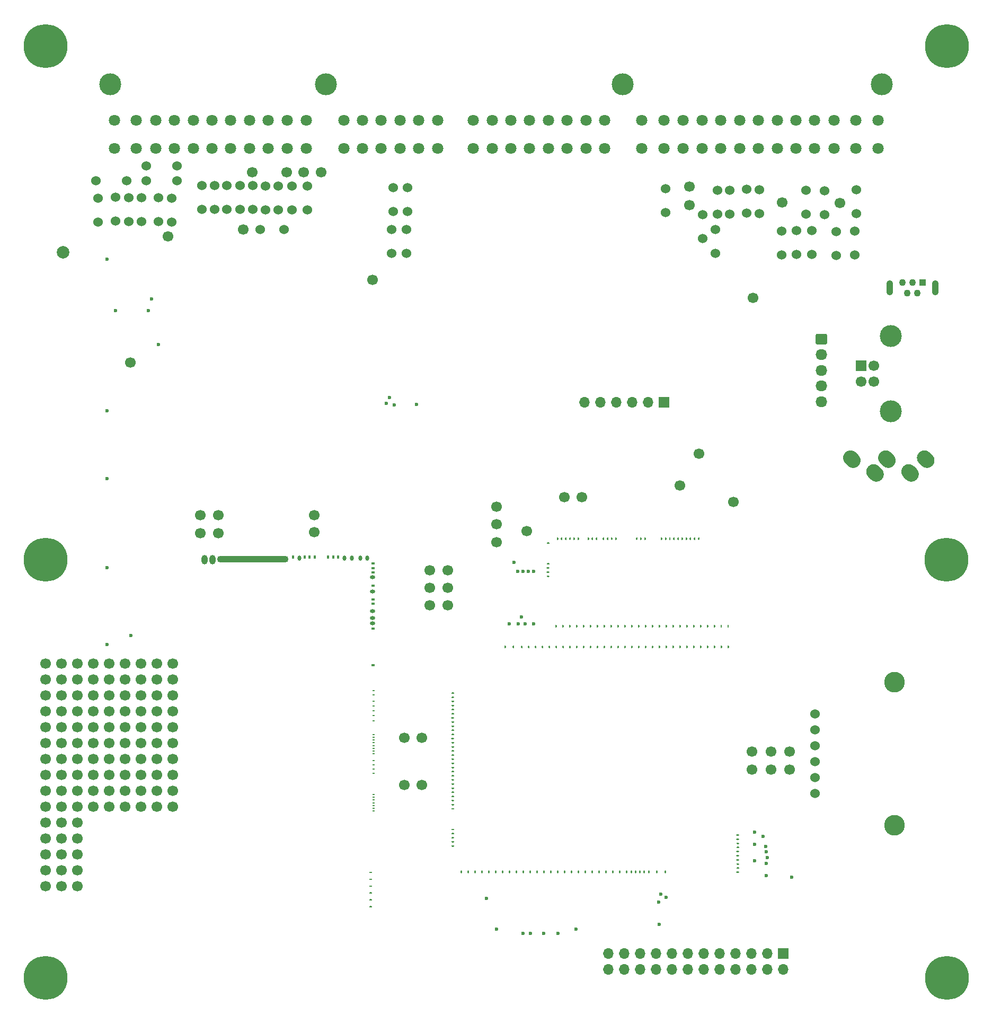
<source format=gbs>
G04 #@! TF.GenerationSoftware,KiCad,Pcbnew,(6.0.1)*
G04 #@! TF.CreationDate,2022-06-22T13:09:51+03:00*
G04 #@! TF.ProjectId,hellen64_NA6_94,68656c6c-656e-4363-945f-4e41365f3934,b*
G04 #@! TF.SameCoordinates,PX141ef50PYa2cc1bc*
G04 #@! TF.FileFunction,Soldermask,Bot*
G04 #@! TF.FilePolarity,Negative*
%FSLAX46Y46*%
G04 Gerber Fmt 4.6, Leading zero omitted, Abs format (unit mm)*
G04 Created by KiCad (PCBNEW (6.0.1)) date 2022-06-22 13:09:51*
%MOMM*%
%LPD*%
G01*
G04 APERTURE LIST*
%ADD10C,1.524000*%
%ADD11C,0.599999*%
%ADD12C,1.700000*%
%ADD13R,1.700000X1.700000*%
%ADD14O,1.700000X1.700000*%
%ADD15O,1.000001X1.500000*%
%ADD16O,11.400000X1.100000*%
%ADD17O,0.399999X0.599999*%
%ADD18O,0.599999X0.800001*%
%ADD19O,0.599999X0.399999*%
%ADD20O,0.800001X0.599999*%
%ADD21O,0.399999X0.200000*%
%ADD22C,3.500120*%
%ADD23C,1.800000*%
%ADD24R,1.100000X1.100000*%
%ADD25C,1.100000*%
%ADD26O,1.100000X2.400000*%
%ADD27C,3.500000*%
%ADD28C,3.302000*%
%ADD29C,7.000000*%
%ADD30C,0.600000*%
%ADD31O,1.850000X1.700000*%
%ADD32C,2.000000*%
G04 APERTURE END LIST*
D10*
G04 #@! TO.C,F3*
X21101680Y134805340D03*
X26001680Y134805340D03*
G04 #@! TD*
G04 #@! TO.C,F1*
X21125000Y132400000D03*
X26025000Y132400000D03*
G04 #@! TD*
G04 #@! TO.C,F2*
X13031680Y132405340D03*
X17931680Y132405340D03*
G04 #@! TD*
G04 #@! TO.C,R8*
X60261680Y120850340D03*
X60261680Y124660340D03*
G04 #@! TD*
G04 #@! TO.C,R32*
X38101680Y127800340D03*
X38101680Y131610340D03*
G04 #@! TD*
G04 #@! TO.C,R36*
X29951680Y127800340D03*
X29951680Y131610340D03*
G04 #@! TD*
G04 #@! TO.C,R48*
X112351680Y127100340D03*
X112351680Y130910340D03*
G04 #@! TD*
G04 #@! TO.C,R53*
X40151680Y127750340D03*
X40151680Y131560340D03*
G04 #@! TD*
G04 #@! TO.C,R24*
X112001680Y120850340D03*
X112001680Y124660340D03*
G04 #@! TD*
G04 #@! TO.C,R33*
X32001680Y127800340D03*
X32001680Y131610340D03*
G04 #@! TD*
G04 #@! TO.C,R42*
X13391221Y125804438D03*
X13391221Y129614438D03*
G04 #@! TD*
G04 #@! TO.C,R43*
X127451680Y120650340D03*
X127451680Y124460340D03*
G04 #@! TD*
G04 #@! TO.C,R52*
X62681680Y120840340D03*
X62681680Y124650340D03*
G04 #@! TD*
G04 #@! TO.C,R17*
X131301680Y124320340D03*
X131301680Y120510340D03*
G04 #@! TD*
G04 #@! TO.C,R40*
X18311680Y125850340D03*
X18311680Y129660340D03*
G04 #@! TD*
G04 #@! TO.C,R38*
X20351680Y125870340D03*
X20351680Y129680340D03*
G04 #@! TD*
G04 #@! TO.C,R44*
X126525000Y127045000D03*
X126525000Y130855000D03*
G04 #@! TD*
G04 #@! TO.C,R30*
X42151680Y127750340D03*
X42151680Y131560340D03*
G04 #@! TD*
G04 #@! TO.C,R31*
X36101680Y127800340D03*
X36101680Y131610340D03*
G04 #@! TD*
G04 #@! TO.C,R19*
X114351680Y127100340D03*
X114351680Y130910340D03*
G04 #@! TD*
G04 #@! TO.C,R47*
X119051680Y127200340D03*
X119051680Y131010340D03*
G04 #@! TD*
G04 #@! TO.C,R34*
X34001680Y127800340D03*
X34001680Y131610340D03*
G04 #@! TD*
G04 #@! TO.C,R35*
X25191221Y125779438D03*
X25191221Y129589438D03*
G04 #@! TD*
G04 #@! TO.C,R22*
X62841680Y127490340D03*
X62841680Y131300340D03*
G04 #@! TD*
G04 #@! TO.C,R37*
X16191680Y125980340D03*
X16191680Y129790340D03*
G04 #@! TD*
G04 #@! TO.C,R28*
X46801680Y127760340D03*
X46801680Y131570340D03*
G04 #@! TD*
G04 #@! TO.C,R26*
X134312640Y120595340D03*
X134312640Y124405340D03*
G04 #@! TD*
G04 #@! TO.C,R25*
X134551680Y127141040D03*
X134551680Y130951040D03*
G04 #@! TD*
G04 #@! TO.C,R51*
X60511680Y127530340D03*
X60511680Y131340340D03*
G04 #@! TD*
G04 #@! TO.C,R27*
X110001680Y127010340D03*
X110001680Y123200340D03*
G04 #@! TD*
G04 #@! TO.C,R39*
X23041680Y125870340D03*
X23041680Y129680340D03*
G04 #@! TD*
G04 #@! TO.C,R49*
X104101680Y127350340D03*
X104101680Y131160340D03*
G04 #@! TD*
G04 #@! TO.C,R45*
X124951680Y120600319D03*
X124951680Y124410319D03*
G04 #@! TD*
G04 #@! TO.C,R20*
X43106680Y124605340D03*
X39296680Y124605340D03*
G04 #@! TD*
G04 #@! TO.C,R46*
X117001680Y127250340D03*
X117001680Y131060340D03*
G04 #@! TD*
G04 #@! TO.C,R58*
X44351680Y127780340D03*
X44351680Y131590340D03*
G04 #@! TD*
G04 #@! TO.C,R12*
X129501680Y126950340D03*
X129501680Y130760340D03*
G04 #@! TD*
G04 #@! TO.C,R18*
X122576680Y120550340D03*
X122576680Y124360340D03*
G04 #@! TD*
D11*
G04 #@! TO.C,M4*
X75468535Y17795040D03*
X77043549Y12890031D03*
X89747567Y12899094D03*
X81268539Y12220030D03*
X82443543Y12220030D03*
X84618537Y12220030D03*
X86843539Y12220030D03*
G04 #@! TD*
D12*
G04 #@! TO.C,P5*
X62302380Y35910220D03*
G04 #@! TD*
G04 #@! TO.C,P6*
X62302380Y43412400D03*
G04 #@! TD*
D13*
G04 #@! TO.C,J27*
X103851680Y97005340D03*
D14*
X101311680Y97005340D03*
X98771680Y97005340D03*
X96231680Y97005340D03*
X93691680Y97005340D03*
X91151680Y97005340D03*
G04 #@! TD*
D12*
G04 #@! TO.C,P19*
X38051680Y133805340D03*
G04 #@! TD*
G04 #@! TO.C,G4*
X20210000Y45097322D03*
X20210000Y47637322D03*
X20210000Y50177322D03*
X20210000Y52717322D03*
X20210000Y55257322D03*
X22750000Y45097322D03*
X22750000Y47637322D03*
X22750000Y50177322D03*
X22750000Y52717322D03*
X22750000Y55257322D03*
X25290000Y45097322D03*
X25290000Y47637322D03*
X25290000Y50177322D03*
X25290000Y52717322D03*
X25290000Y55257322D03*
G04 #@! TD*
G04 #@! TO.C,P27*
X57211680Y116595340D03*
G04 #@! TD*
G04 #@! TO.C,P10*
X24601680Y123505340D03*
G04 #@! TD*
G04 #@! TO.C,P12*
X29701680Y79005340D03*
G04 #@! TD*
G04 #@! TO.C,G12*
X12590000Y32397322D03*
X12590000Y34937322D03*
X12590000Y37477322D03*
X12590000Y40017322D03*
X12590000Y42557322D03*
X15130000Y32397322D03*
X15130000Y34937322D03*
X15130000Y37477322D03*
X15130000Y40017322D03*
X15130000Y42557322D03*
X17670000Y32397322D03*
X17670000Y34937322D03*
X17670000Y37477322D03*
X17670000Y40017322D03*
X17670000Y42557322D03*
G04 #@! TD*
D15*
G04 #@! TO.C,M5*
X30414997Y71843006D03*
X31670862Y71843006D03*
D16*
X38114997Y71968007D03*
D17*
X44564989Y72268006D03*
D18*
X45540001Y72168001D03*
D17*
X46409758Y72268006D03*
X47139995Y72268006D03*
X48034758Y72268006D03*
X50109758Y72268006D03*
X51009754Y72268006D03*
X51719996Y72268006D03*
D18*
X52739997Y72168006D03*
X53914996Y72168006D03*
X55264995Y72168006D03*
X56439994Y72168006D03*
D19*
X57339995Y71237767D03*
X57339995Y70543008D03*
X57339995Y69862768D03*
D20*
X57244997Y69043006D03*
D19*
X57339995Y67737769D03*
D20*
X57244997Y66768004D03*
D19*
X57339995Y65493006D03*
X57339995Y64843004D03*
D20*
X57244997Y63643004D03*
X57244997Y62568000D03*
X57244997Y61692998D03*
D19*
X57339995Y60868006D03*
X57339995Y55018005D03*
D21*
X57444996Y50963035D03*
X57444996Y50303033D03*
X57444996Y49243005D03*
X57444996Y48538920D03*
X57444996Y47738881D03*
X57444996Y46938842D03*
X57444996Y46143006D03*
X57444996Y43948004D03*
X57444996Y43508005D03*
X57444996Y43068006D03*
X57444996Y42628004D03*
X57444996Y42188005D03*
X57444996Y41748006D03*
X57444996Y41308004D03*
X57444996Y40868005D03*
X57444996Y39743034D03*
X57444996Y39083036D03*
X57444996Y38423034D03*
X57444996Y37763036D03*
X57444996Y34358006D03*
X57444996Y33918007D03*
X57444996Y33478005D03*
X57444996Y33038006D03*
X57444996Y32598007D03*
X57444996Y32158005D03*
X57444996Y31718006D03*
G04 #@! TD*
D12*
G04 #@! TO.C,P35*
X69301680Y64555340D03*
G04 #@! TD*
G04 #@! TO.C,P15*
X49001680Y133795340D03*
G04 #@! TD*
D22*
G04 #@! TO.C,P2*
X138640980Y147779760D03*
X15340980Y147779760D03*
X49790980Y147779760D03*
X97190980Y147779760D03*
D23*
X15990980Y137579120D03*
X19488560Y137579120D03*
X22589900Y137579120D03*
X25589640Y137579120D03*
X28589380Y137579120D03*
X31589120Y137579120D03*
X34588860Y137579120D03*
X37588600Y137579120D03*
X40588340Y137579120D03*
X43588080Y137579120D03*
X46689420Y137579120D03*
X15990980Y142080000D03*
X19488560Y142080000D03*
X22589900Y142080000D03*
X25589640Y142080000D03*
X28589380Y142080000D03*
X31589120Y142080000D03*
X34588860Y142080000D03*
X37588600Y142080000D03*
X40588340Y142080000D03*
X43588080Y142080000D03*
X46689420Y142080000D03*
X73340980Y137579120D03*
X76340720Y137579120D03*
X79340460Y137579120D03*
X82340200Y137579120D03*
X85342480Y137579120D03*
X88342220Y137579120D03*
X91341960Y137579120D03*
X94341700Y137579120D03*
X73340980Y142080000D03*
X76340720Y142080000D03*
X79340460Y142080000D03*
X82340200Y142080000D03*
X85342480Y142080000D03*
X88342220Y142080000D03*
X91341960Y142080000D03*
X94341700Y142080000D03*
X100287840Y137579120D03*
X103787960Y137579120D03*
X106891840Y137579120D03*
X109891580Y137579120D03*
X112891320Y137579120D03*
X115891060Y137579120D03*
X118890800Y137579120D03*
X121890540Y137579120D03*
X124890280Y137579120D03*
X127890020Y137579120D03*
X130991360Y137579120D03*
X134491480Y137579120D03*
X137991600Y137579120D03*
X100287840Y142080000D03*
X103787960Y142080000D03*
X106891840Y142080000D03*
X109891580Y142080000D03*
X112891320Y142080000D03*
X115891060Y142080000D03*
X118890800Y142080000D03*
X121890540Y142080000D03*
X124890280Y142080000D03*
X127890020Y142080000D03*
X130991360Y142080000D03*
X134491480Y142080000D03*
X137991600Y142080000D03*
X52640980Y137579120D03*
X55640720Y137579120D03*
X58640460Y137579120D03*
X61640200Y137579120D03*
X64642480Y137579120D03*
X67642220Y137579120D03*
X52640980Y142080000D03*
X55640720Y142080000D03*
X58640460Y142080000D03*
X61640200Y142080000D03*
X64642480Y142080000D03*
X67642220Y142080000D03*
G04 #@! TD*
D12*
G04 #@! TO.C,P40*
X77051680Y77555340D03*
G04 #@! TD*
G04 #@! TO.C,P44*
X90691680Y81865340D03*
G04 #@! TD*
G04 #@! TO.C,P13*
X32601680Y76105340D03*
G04 #@! TD*
G04 #@! TO.C,P29*
X120901680Y41205340D03*
G04 #@! TD*
D24*
G04 #@! TO.C,J1*
X145101680Y116180340D03*
D25*
X144301680Y114430340D03*
X143501680Y116180340D03*
X142701680Y114430340D03*
X141901680Y116180340D03*
D26*
X147151680Y115305340D03*
X139851680Y115305340D03*
G04 #@! TD*
D12*
G04 #@! TO.C,P37*
X114941680Y81095340D03*
G04 #@! TD*
G04 #@! TO.C,P42*
X77051680Y80305340D03*
G04 #@! TD*
G04 #@! TO.C,P41*
X118031680Y113705340D03*
G04 #@! TD*
G04 #@! TO.C,P30*
X120901680Y38370220D03*
G04 #@! TD*
G04 #@! TO.C,P26*
X66401680Y67405340D03*
G04 #@! TD*
D13*
G04 #@! TO.C,J5*
X135316680Y102855340D03*
D12*
X135316680Y100355340D03*
X137316680Y100355340D03*
X137316680Y102855340D03*
D27*
X140026680Y95585340D03*
X140026680Y107625340D03*
G04 #@! TD*
D12*
G04 #@! TO.C,P4*
X65112640Y43410220D03*
G04 #@! TD*
G04 #@! TO.C,P25*
X123901680Y38370220D03*
G04 #@! TD*
D11*
G04 #@! TO.C,M8*
X59459042Y96874902D03*
X59984042Y97749904D03*
X60734040Y96574900D03*
X64284041Y96649903D03*
G04 #@! TD*
D28*
G04 #@! TO.C,U2*
X140601680Y52290340D03*
X140601680Y29430340D03*
D10*
X127901680Y47210340D03*
X127901680Y44670340D03*
X127901680Y42130340D03*
X127901680Y39590340D03*
X127901680Y37050340D03*
X127901680Y34510340D03*
G04 #@! TD*
D12*
G04 #@! TO.C,G6*
X4970000Y45097322D03*
X4970000Y47637322D03*
X4970000Y50177322D03*
X4970000Y52717322D03*
X4970000Y55257322D03*
X7510000Y45097322D03*
X7510000Y47637322D03*
X7510000Y50177322D03*
X7510000Y52717322D03*
X7510000Y55257322D03*
X10050000Y45097322D03*
X10050000Y47637322D03*
X10050000Y50177322D03*
X10050000Y52717322D03*
X10050000Y55257322D03*
G04 #@! TD*
G04 #@! TO.C,P17*
X43501680Y133805340D03*
G04 #@! TD*
D11*
G04 #@! TO.C,M13*
X103293541Y18453558D03*
X104168543Y17928558D03*
X102993539Y17178560D03*
X103068542Y13628559D03*
G04 #@! TD*
D12*
G04 #@! TO.C,P11*
X29701680Y76105340D03*
G04 #@! TD*
G04 #@! TO.C,P16*
X46271680Y133805340D03*
G04 #@! TD*
G04 #@! TO.C,P33*
X47901680Y76305340D03*
G04 #@! TD*
D29*
G04 #@! TO.C,J13*
X5000000Y5100000D03*
G04 #@! TD*
G04 #@! TO.C,M7*
G36*
G01*
X56804044Y22044216D02*
X57054042Y22044216D01*
G75*
G02*
X57179042Y21919216I0J-125000D01*
G01*
X57179042Y21919216D01*
G75*
G02*
X57054042Y21794216I-125000J0D01*
G01*
X56804044Y21794216D01*
G75*
G02*
X56679044Y21919216I0J125000D01*
G01*
X56679044Y21919216D01*
G75*
G02*
X56804044Y22044216I125000J0D01*
G01*
G37*
G36*
G01*
X56804044Y20944218D02*
X57054042Y20944218D01*
G75*
G02*
X57179042Y20819218I0J-125000D01*
G01*
X57179042Y20819218D01*
G75*
G02*
X57054042Y20694218I-125000J0D01*
G01*
X56804044Y20694218D01*
G75*
G02*
X56679044Y20819218I0J125000D01*
G01*
X56679044Y20819218D01*
G75*
G02*
X56804044Y20944218I125000J0D01*
G01*
G37*
G36*
G01*
X56804044Y19844220D02*
X57054042Y19844220D01*
G75*
G02*
X57179042Y19719220I0J-125000D01*
G01*
X57179042Y19719220D01*
G75*
G02*
X57054042Y19594220I-125000J0D01*
G01*
X56804044Y19594220D01*
G75*
G02*
X56679044Y19719220I0J125000D01*
G01*
X56679044Y19719220D01*
G75*
G02*
X56804044Y19844220I125000J0D01*
G01*
G37*
G36*
G01*
X56804044Y18744222D02*
X57054042Y18744222D01*
G75*
G02*
X57179042Y18619222I0J-125000D01*
G01*
X57179042Y18619222D01*
G75*
G02*
X57054042Y18494222I-125000J0D01*
G01*
X56804044Y18494222D01*
G75*
G02*
X56679044Y18619222I0J125000D01*
G01*
X56679044Y18619222D01*
G75*
G02*
X56804044Y18744222I125000J0D01*
G01*
G37*
G36*
G01*
X56804044Y17644224D02*
X57054042Y17644224D01*
G75*
G02*
X57179042Y17519224I0J-125000D01*
G01*
X57179042Y17519224D01*
G75*
G02*
X57054042Y17394224I-125000J0D01*
G01*
X56804044Y17394224D01*
G75*
G02*
X56679044Y17519224I0J125000D01*
G01*
X56679044Y17519224D01*
G75*
G02*
X56804044Y17644224I125000J0D01*
G01*
G37*
G36*
G01*
X56804044Y16544227D02*
X57054042Y16544227D01*
G75*
G02*
X57179042Y16419227I0J-125000D01*
G01*
X57179042Y16419227D01*
G75*
G02*
X57054042Y16294227I-125000J0D01*
G01*
X56804044Y16294227D01*
G75*
G02*
X56679044Y16419227I0J125000D01*
G01*
X56679044Y16419227D01*
G75*
G02*
X56804044Y16544227I125000J0D01*
G01*
G37*
G04 #@! TD*
D12*
G04 #@! TO.C,P28*
X81913040Y76406220D03*
G04 #@! TD*
G04 #@! TO.C,P24*
X123901680Y41205340D03*
G04 #@! TD*
G04 #@! TO.C,P8*
X131951680Y128855340D03*
G04 #@! TD*
G04 #@! TO.C,G9*
X4970000Y19697322D03*
X4970000Y22237322D03*
X4970000Y24777322D03*
X4970000Y27317322D03*
X4970000Y29857322D03*
X7510000Y19697322D03*
X7510000Y22237322D03*
X7510000Y24777322D03*
X7510000Y27317322D03*
X7510000Y29857322D03*
X10050000Y19697322D03*
X10050000Y22237322D03*
X10050000Y24777322D03*
X10050000Y27317322D03*
X10050000Y29857322D03*
G04 #@! TD*
G04 #@! TO.C,M1*
G36*
G01*
X85162638Y69351817D02*
X85412638Y69351817D01*
G75*
G02*
X85537638Y69226817I0J-125000D01*
G01*
X85537638Y69226817D01*
G75*
G02*
X85412638Y69101817I-125000J0D01*
G01*
X85162638Y69101817D01*
G75*
G02*
X85037638Y69226817I0J125000D01*
G01*
X85037638Y69226817D01*
G75*
G02*
X85162638Y69351817I125000J0D01*
G01*
G37*
G36*
G01*
X85162638Y70011818D02*
X85412638Y70011818D01*
G75*
G02*
X85537638Y69886818I0J-125000D01*
G01*
X85537638Y69886818D01*
G75*
G02*
X85412638Y69761818I-125000J0D01*
G01*
X85162638Y69761818D01*
G75*
G02*
X85037638Y69886818I0J125000D01*
G01*
X85037638Y69886818D01*
G75*
G02*
X85162638Y70011818I125000J0D01*
G01*
G37*
G36*
G01*
X85162638Y70671819D02*
X85412638Y70671819D01*
G75*
G02*
X85537638Y70546819I0J-125000D01*
G01*
X85537638Y70546819D01*
G75*
G02*
X85412638Y70421819I-125000J0D01*
G01*
X85162638Y70421819D01*
G75*
G02*
X85037638Y70546819I0J125000D01*
G01*
X85037638Y70546819D01*
G75*
G02*
X85162638Y70671819I125000J0D01*
G01*
G37*
G36*
G01*
X85162638Y71331820D02*
X85412638Y71331820D01*
G75*
G02*
X85537638Y71206820I0J-125000D01*
G01*
X85537638Y71206820D01*
G75*
G02*
X85412638Y71081820I-125000J0D01*
G01*
X85162638Y71081820D01*
G75*
G02*
X85037638Y71206820I0J125000D01*
G01*
X85037638Y71206820D01*
G75*
G02*
X85162638Y71331820I125000J0D01*
G01*
G37*
G36*
G01*
X85162638Y74631827D02*
X85412638Y74631827D01*
G75*
G02*
X85537638Y74506827I0J-125000D01*
G01*
X85537638Y74506827D01*
G75*
G02*
X85412638Y74381827I-125000J0D01*
G01*
X85162638Y74381827D01*
G75*
G02*
X85037638Y74506827I0J125000D01*
G01*
X85037638Y74506827D01*
G75*
G02*
X85162638Y74631827I125000J0D01*
G01*
G37*
G36*
G01*
X113932640Y61133024D02*
X113932640Y61383024D01*
G75*
G02*
X114057640Y61508024I125000J0D01*
G01*
X114057640Y61508024D01*
G75*
G02*
X114182640Y61383024I0J-125000D01*
G01*
X114182640Y61133024D01*
G75*
G02*
X114057640Y61008024I-125000J0D01*
G01*
X114057640Y61008024D01*
G75*
G02*
X113932640Y61133024I0J125000D01*
G01*
G37*
G36*
G01*
X113082636Y61383024D02*
X113082636Y61133024D01*
G75*
G02*
X112957636Y61008024I-125000J0D01*
G01*
X112957636Y61008024D01*
G75*
G02*
X112832636Y61133024I0J125000D01*
G01*
X112832636Y61383024D01*
G75*
G02*
X112957636Y61508024I125000J0D01*
G01*
X112957636Y61508024D01*
G75*
G02*
X113082636Y61383024I0J-125000D01*
G01*
G37*
G36*
G01*
X111982635Y61383024D02*
X111982635Y61133024D01*
G75*
G02*
X111857635Y61008024I-125000J0D01*
G01*
X111857635Y61008024D01*
G75*
G02*
X111732635Y61133024I0J125000D01*
G01*
X111732635Y61383024D01*
G75*
G02*
X111857635Y61508024I125000J0D01*
G01*
X111857635Y61508024D01*
G75*
G02*
X111982635Y61383024I0J-125000D01*
G01*
G37*
G36*
G01*
X110882638Y61383024D02*
X110882638Y61133024D01*
G75*
G02*
X110757638Y61008024I-125000J0D01*
G01*
X110757638Y61008024D01*
G75*
G02*
X110632638Y61133024I0J125000D01*
G01*
X110632638Y61383024D01*
G75*
G02*
X110757638Y61508024I125000J0D01*
G01*
X110757638Y61508024D01*
G75*
G02*
X110882638Y61383024I0J-125000D01*
G01*
G37*
G36*
G01*
X109782640Y61383024D02*
X109782640Y61133024D01*
G75*
G02*
X109657640Y61008024I-125000J0D01*
G01*
X109657640Y61008024D01*
G75*
G02*
X109532640Y61133024I0J125000D01*
G01*
X109532640Y61383024D01*
G75*
G02*
X109657640Y61508024I125000J0D01*
G01*
X109657640Y61508024D01*
G75*
G02*
X109782640Y61383024I0J-125000D01*
G01*
G37*
G36*
G01*
X108682642Y61383024D02*
X108682642Y61133024D01*
G75*
G02*
X108557642Y61008024I-125000J0D01*
G01*
X108557642Y61008024D01*
G75*
G02*
X108432642Y61133024I0J125000D01*
G01*
X108432642Y61383024D01*
G75*
G02*
X108557642Y61508024I125000J0D01*
G01*
X108557642Y61508024D01*
G75*
G02*
X108682642Y61383024I0J-125000D01*
G01*
G37*
G36*
G01*
X107582644Y61383024D02*
X107582644Y61133024D01*
G75*
G02*
X107457644Y61008024I-125000J0D01*
G01*
X107457644Y61008024D01*
G75*
G02*
X107332644Y61133024I0J125000D01*
G01*
X107332644Y61383024D01*
G75*
G02*
X107457644Y61508024I125000J0D01*
G01*
X107457644Y61508024D01*
G75*
G02*
X107582644Y61383024I0J-125000D01*
G01*
G37*
G36*
G01*
X106482646Y61383024D02*
X106482646Y61133024D01*
G75*
G02*
X106357646Y61008024I-125000J0D01*
G01*
X106357646Y61008024D01*
G75*
G02*
X106232646Y61133024I0J125000D01*
G01*
X106232646Y61383024D01*
G75*
G02*
X106357646Y61508024I125000J0D01*
G01*
X106357646Y61508024D01*
G75*
G02*
X106482646Y61383024I0J-125000D01*
G01*
G37*
G36*
G01*
X105382649Y61383024D02*
X105382649Y61133024D01*
G75*
G02*
X105257649Y61008024I-125000J0D01*
G01*
X105257649Y61008024D01*
G75*
G02*
X105132649Y61133024I0J125000D01*
G01*
X105132649Y61383024D01*
G75*
G02*
X105257649Y61508024I125000J0D01*
G01*
X105257649Y61508024D01*
G75*
G02*
X105382649Y61383024I0J-125000D01*
G01*
G37*
G36*
G01*
X104282651Y61383024D02*
X104282651Y61133024D01*
G75*
G02*
X104157651Y61008024I-125000J0D01*
G01*
X104157651Y61008024D01*
G75*
G02*
X104032651Y61133024I0J125000D01*
G01*
X104032651Y61383024D01*
G75*
G02*
X104157651Y61508024I125000J0D01*
G01*
X104157651Y61508024D01*
G75*
G02*
X104282651Y61383024I0J-125000D01*
G01*
G37*
G36*
G01*
X103182653Y61383024D02*
X103182653Y61133024D01*
G75*
G02*
X103057653Y61008024I-125000J0D01*
G01*
X103057653Y61008024D01*
G75*
G02*
X102932653Y61133024I0J125000D01*
G01*
X102932653Y61383024D01*
G75*
G02*
X103057653Y61508024I125000J0D01*
G01*
X103057653Y61508024D01*
G75*
G02*
X103182653Y61383024I0J-125000D01*
G01*
G37*
G36*
G01*
X102082655Y61383024D02*
X102082655Y61133024D01*
G75*
G02*
X101957655Y61008024I-125000J0D01*
G01*
X101957655Y61008024D01*
G75*
G02*
X101832655Y61133024I0J125000D01*
G01*
X101832655Y61383024D01*
G75*
G02*
X101957655Y61508024I125000J0D01*
G01*
X101957655Y61508024D01*
G75*
G02*
X102082655Y61383024I0J-125000D01*
G01*
G37*
G36*
G01*
X100982657Y61383024D02*
X100982657Y61133024D01*
G75*
G02*
X100857657Y61008024I-125000J0D01*
G01*
X100857657Y61008024D01*
G75*
G02*
X100732657Y61133024I0J125000D01*
G01*
X100732657Y61383024D01*
G75*
G02*
X100857657Y61508024I125000J0D01*
G01*
X100857657Y61508024D01*
G75*
G02*
X100982657Y61383024I0J-125000D01*
G01*
G37*
G36*
G01*
X99882660Y61383024D02*
X99882660Y61133024D01*
G75*
G02*
X99757660Y61008024I-125000J0D01*
G01*
X99757660Y61008024D01*
G75*
G02*
X99632660Y61133024I0J125000D01*
G01*
X99632660Y61383024D01*
G75*
G02*
X99757660Y61508024I125000J0D01*
G01*
X99757660Y61508024D01*
G75*
G02*
X99882660Y61383024I0J-125000D01*
G01*
G37*
G36*
G01*
X98782662Y61383024D02*
X98782662Y61133024D01*
G75*
G02*
X98657662Y61008024I-125000J0D01*
G01*
X98657662Y61008024D01*
G75*
G02*
X98532662Y61133024I0J125000D01*
G01*
X98532662Y61383024D01*
G75*
G02*
X98657662Y61508024I125000J0D01*
G01*
X98657662Y61508024D01*
G75*
G02*
X98782662Y61383024I0J-125000D01*
G01*
G37*
G36*
G01*
X97682664Y61383024D02*
X97682664Y61133024D01*
G75*
G02*
X97557664Y61008024I-125000J0D01*
G01*
X97557664Y61008024D01*
G75*
G02*
X97432664Y61133024I0J125000D01*
G01*
X97432664Y61383024D01*
G75*
G02*
X97557664Y61508024I125000J0D01*
G01*
X97557664Y61508024D01*
G75*
G02*
X97682664Y61383024I0J-125000D01*
G01*
G37*
G36*
G01*
X96582666Y61383024D02*
X96582666Y61133024D01*
G75*
G02*
X96457666Y61008024I-125000J0D01*
G01*
X96457666Y61008024D01*
G75*
G02*
X96332666Y61133024I0J125000D01*
G01*
X96332666Y61383024D01*
G75*
G02*
X96457666Y61508024I125000J0D01*
G01*
X96457666Y61508024D01*
G75*
G02*
X96582666Y61383024I0J-125000D01*
G01*
G37*
G36*
G01*
X95482668Y61383024D02*
X95482668Y61133024D01*
G75*
G02*
X95357668Y61008024I-125000J0D01*
G01*
X95357668Y61008024D01*
G75*
G02*
X95232668Y61133024I0J125000D01*
G01*
X95232668Y61383024D01*
G75*
G02*
X95357668Y61508024I125000J0D01*
G01*
X95357668Y61508024D01*
G75*
G02*
X95482668Y61383024I0J-125000D01*
G01*
G37*
G36*
G01*
X94382671Y61383024D02*
X94382671Y61133024D01*
G75*
G02*
X94257671Y61008024I-125000J0D01*
G01*
X94257671Y61008024D01*
G75*
G02*
X94132671Y61133024I0J125000D01*
G01*
X94132671Y61383024D01*
G75*
G02*
X94257671Y61508024I125000J0D01*
G01*
X94257671Y61508024D01*
G75*
G02*
X94382671Y61383024I0J-125000D01*
G01*
G37*
G36*
G01*
X93282673Y61383024D02*
X93282673Y61133024D01*
G75*
G02*
X93157673Y61008024I-125000J0D01*
G01*
X93157673Y61008024D01*
G75*
G02*
X93032673Y61133024I0J125000D01*
G01*
X93032673Y61383024D01*
G75*
G02*
X93157673Y61508024I125000J0D01*
G01*
X93157673Y61508024D01*
G75*
G02*
X93282673Y61383024I0J-125000D01*
G01*
G37*
G36*
G01*
X92182675Y61383024D02*
X92182675Y61133024D01*
G75*
G02*
X92057675Y61008024I-125000J0D01*
G01*
X92057675Y61008024D01*
G75*
G02*
X91932675Y61133024I0J125000D01*
G01*
X91932675Y61383024D01*
G75*
G02*
X92057675Y61508024I125000J0D01*
G01*
X92057675Y61508024D01*
G75*
G02*
X92182675Y61383024I0J-125000D01*
G01*
G37*
G36*
G01*
X91082677Y61383024D02*
X91082677Y61133024D01*
G75*
G02*
X90957677Y61008024I-125000J0D01*
G01*
X90957677Y61008024D01*
G75*
G02*
X90832677Y61133024I0J125000D01*
G01*
X90832677Y61383024D01*
G75*
G02*
X90957677Y61508024I125000J0D01*
G01*
X90957677Y61508024D01*
G75*
G02*
X91082677Y61383024I0J-125000D01*
G01*
G37*
G36*
G01*
X89982679Y61383024D02*
X89982679Y61133024D01*
G75*
G02*
X89857679Y61008024I-125000J0D01*
G01*
X89857679Y61008024D01*
G75*
G02*
X89732679Y61133024I0J125000D01*
G01*
X89732679Y61383024D01*
G75*
G02*
X89857679Y61508024I125000J0D01*
G01*
X89857679Y61508024D01*
G75*
G02*
X89982679Y61383024I0J-125000D01*
G01*
G37*
G36*
G01*
X88882682Y61383024D02*
X88882682Y61133024D01*
G75*
G02*
X88757682Y61008024I-125000J0D01*
G01*
X88757682Y61008024D01*
G75*
G02*
X88632682Y61133024I0J125000D01*
G01*
X88632682Y61383024D01*
G75*
G02*
X88757682Y61508024I125000J0D01*
G01*
X88757682Y61508024D01*
G75*
G02*
X88882682Y61383024I0J-125000D01*
G01*
G37*
G36*
G01*
X87782684Y61383024D02*
X87782684Y61133024D01*
G75*
G02*
X87657684Y61008024I-125000J0D01*
G01*
X87657684Y61008024D01*
G75*
G02*
X87532684Y61133024I0J125000D01*
G01*
X87532684Y61383024D01*
G75*
G02*
X87657684Y61508024I125000J0D01*
G01*
X87657684Y61508024D01*
G75*
G02*
X87782684Y61383024I0J-125000D01*
G01*
G37*
G36*
G01*
X86682686Y61383024D02*
X86682686Y61133024D01*
G75*
G02*
X86557686Y61008024I-125000J0D01*
G01*
X86557686Y61008024D01*
G75*
G02*
X86432686Y61133024I0J125000D01*
G01*
X86432686Y61383024D01*
G75*
G02*
X86557686Y61508024I125000J0D01*
G01*
X86557686Y61508024D01*
G75*
G02*
X86682686Y61383024I0J-125000D01*
G01*
G37*
G36*
G01*
X86933630Y75345023D02*
X86933630Y75095023D01*
G75*
G02*
X86808630Y74970023I-125000J0D01*
G01*
X86808630Y74970023D01*
G75*
G02*
X86683630Y75095023I0J125000D01*
G01*
X86683630Y75345023D01*
G75*
G02*
X86808630Y75470023I125000J0D01*
G01*
X86808630Y75470023D01*
G75*
G02*
X86933630Y75345023I0J-125000D01*
G01*
G37*
G36*
G01*
X87593632Y75345023D02*
X87593632Y75095023D01*
G75*
G02*
X87468632Y74970023I-125000J0D01*
G01*
X87468632Y74970023D01*
G75*
G02*
X87343632Y75095023I0J125000D01*
G01*
X87343632Y75345023D01*
G75*
G02*
X87468632Y75470023I125000J0D01*
G01*
X87468632Y75470023D01*
G75*
G02*
X87593632Y75345023I0J-125000D01*
G01*
G37*
G36*
G01*
X88253633Y75345023D02*
X88253633Y75095023D01*
G75*
G02*
X88128633Y74970023I-125000J0D01*
G01*
X88128633Y74970023D01*
G75*
G02*
X88003633Y75095023I0J125000D01*
G01*
X88003633Y75345023D01*
G75*
G02*
X88128633Y75470023I125000J0D01*
G01*
X88128633Y75470023D01*
G75*
G02*
X88253633Y75345023I0J-125000D01*
G01*
G37*
G36*
G01*
X88913634Y75345023D02*
X88913634Y75095023D01*
G75*
G02*
X88788634Y74970023I-125000J0D01*
G01*
X88788634Y74970023D01*
G75*
G02*
X88663634Y75095023I0J125000D01*
G01*
X88663634Y75345023D01*
G75*
G02*
X88788634Y75470023I125000J0D01*
G01*
X88788634Y75470023D01*
G75*
G02*
X88913634Y75345023I0J-125000D01*
G01*
G37*
G36*
G01*
X89573635Y75345023D02*
X89573635Y75095023D01*
G75*
G02*
X89448635Y74970023I-125000J0D01*
G01*
X89448635Y74970023D01*
G75*
G02*
X89323635Y75095023I0J125000D01*
G01*
X89323635Y75345023D01*
G75*
G02*
X89448635Y75470023I125000J0D01*
G01*
X89448635Y75470023D01*
G75*
G02*
X89573635Y75345023I0J-125000D01*
G01*
G37*
G36*
G01*
X90233637Y75345023D02*
X90233637Y75095023D01*
G75*
G02*
X90108637Y74970023I-125000J0D01*
G01*
X90108637Y74970023D01*
G75*
G02*
X89983637Y75095023I0J125000D01*
G01*
X89983637Y75345023D01*
G75*
G02*
X90108637Y75470023I125000J0D01*
G01*
X90108637Y75470023D01*
G75*
G02*
X90233637Y75345023I0J-125000D01*
G01*
G37*
G36*
G01*
X91834634Y75345023D02*
X91834634Y75095023D01*
G75*
G02*
X91709634Y74970023I-125000J0D01*
G01*
X91709634Y74970023D01*
G75*
G02*
X91584634Y75095023I0J125000D01*
G01*
X91584634Y75345023D01*
G75*
G02*
X91709634Y75470023I125000J0D01*
G01*
X91709634Y75470023D01*
G75*
G02*
X91834634Y75345023I0J-125000D01*
G01*
G37*
G36*
G01*
X92494635Y75345023D02*
X92494635Y75095023D01*
G75*
G02*
X92369635Y74970023I-125000J0D01*
G01*
X92369635Y74970023D01*
G75*
G02*
X92244635Y75095023I0J125000D01*
G01*
X92244635Y75345023D01*
G75*
G02*
X92369635Y75470023I125000J0D01*
G01*
X92369635Y75470023D01*
G75*
G02*
X92494635Y75345023I0J-125000D01*
G01*
G37*
G36*
G01*
X93154637Y75345023D02*
X93154637Y75095023D01*
G75*
G02*
X93029637Y74970023I-125000J0D01*
G01*
X93029637Y74970023D01*
G75*
G02*
X92904637Y75095023I0J125000D01*
G01*
X92904637Y75345023D01*
G75*
G02*
X93029637Y75470023I125000J0D01*
G01*
X93029637Y75470023D01*
G75*
G02*
X93154637Y75345023I0J-125000D01*
G01*
G37*
G36*
G01*
X94275536Y75345023D02*
X94275536Y75095023D01*
G75*
G02*
X94150536Y74970023I-125000J0D01*
G01*
X94150536Y74970023D01*
G75*
G02*
X94025536Y75095023I0J125000D01*
G01*
X94025536Y75345023D01*
G75*
G02*
X94150536Y75470023I125000J0D01*
G01*
X94150536Y75470023D01*
G75*
G02*
X94275536Y75345023I0J-125000D01*
G01*
G37*
G36*
G01*
X94935537Y75345023D02*
X94935537Y75095023D01*
G75*
G02*
X94810537Y74970023I-125000J0D01*
G01*
X94810537Y74970023D01*
G75*
G02*
X94685537Y75095023I0J125000D01*
G01*
X94685537Y75345023D01*
G75*
G02*
X94810537Y75470023I125000J0D01*
G01*
X94810537Y75470023D01*
G75*
G02*
X94935537Y75345023I0J-125000D01*
G01*
G37*
G36*
G01*
X95595538Y75345023D02*
X95595538Y75095023D01*
G75*
G02*
X95470538Y74970023I-125000J0D01*
G01*
X95470538Y74970023D01*
G75*
G02*
X95345538Y75095023I0J125000D01*
G01*
X95345538Y75345023D01*
G75*
G02*
X95470538Y75470023I125000J0D01*
G01*
X95470538Y75470023D01*
G75*
G02*
X95595538Y75345023I0J-125000D01*
G01*
G37*
G36*
G01*
X96255540Y75345023D02*
X96255540Y75095023D01*
G75*
G02*
X96130540Y74970023I-125000J0D01*
G01*
X96130540Y74970023D01*
G75*
G02*
X96005540Y75095023I0J125000D01*
G01*
X96005540Y75345023D01*
G75*
G02*
X96130540Y75470023I125000J0D01*
G01*
X96130540Y75470023D01*
G75*
G02*
X96255540Y75345023I0J-125000D01*
G01*
G37*
G36*
G01*
X99581634Y75345023D02*
X99581634Y75095023D01*
G75*
G02*
X99456634Y74970023I-125000J0D01*
G01*
X99456634Y74970023D01*
G75*
G02*
X99331634Y75095023I0J125000D01*
G01*
X99331634Y75345023D01*
G75*
G02*
X99456634Y75470023I125000J0D01*
G01*
X99456634Y75470023D01*
G75*
G02*
X99581634Y75345023I0J-125000D01*
G01*
G37*
G36*
G01*
X100241635Y75345023D02*
X100241635Y75095023D01*
G75*
G02*
X100116635Y74970023I-125000J0D01*
G01*
X100116635Y74970023D01*
G75*
G02*
X99991635Y75095023I0J125000D01*
G01*
X99991635Y75345023D01*
G75*
G02*
X100116635Y75470023I125000J0D01*
G01*
X100116635Y75470023D01*
G75*
G02*
X100241635Y75345023I0J-125000D01*
G01*
G37*
G36*
G01*
X100901637Y75345023D02*
X100901637Y75095023D01*
G75*
G02*
X100776637Y74970023I-125000J0D01*
G01*
X100776637Y74970023D01*
G75*
G02*
X100651637Y75095023I0J125000D01*
G01*
X100651637Y75345023D01*
G75*
G02*
X100776637Y75470023I125000J0D01*
G01*
X100776637Y75470023D01*
G75*
G02*
X100901637Y75345023I0J-125000D01*
G01*
G37*
G36*
G01*
X103547628Y75345023D02*
X103547628Y75095023D01*
G75*
G02*
X103422628Y74970023I-125000J0D01*
G01*
X103422628Y74970023D01*
G75*
G02*
X103297628Y75095023I0J125000D01*
G01*
X103297628Y75345023D01*
G75*
G02*
X103422628Y75470023I125000J0D01*
G01*
X103422628Y75470023D01*
G75*
G02*
X103547628Y75345023I0J-125000D01*
G01*
G37*
G36*
G01*
X104207629Y75345023D02*
X104207629Y75095023D01*
G75*
G02*
X104082629Y74970023I-125000J0D01*
G01*
X104082629Y74970023D01*
G75*
G02*
X103957629Y75095023I0J125000D01*
G01*
X103957629Y75345023D01*
G75*
G02*
X104082629Y75470023I125000J0D01*
G01*
X104082629Y75470023D01*
G75*
G02*
X104207629Y75345023I0J-125000D01*
G01*
G37*
G36*
G01*
X104867631Y75345023D02*
X104867631Y75095023D01*
G75*
G02*
X104742631Y74970023I-125000J0D01*
G01*
X104742631Y74970023D01*
G75*
G02*
X104617631Y75095023I0J125000D01*
G01*
X104617631Y75345023D01*
G75*
G02*
X104742631Y75470023I125000J0D01*
G01*
X104742631Y75470023D01*
G75*
G02*
X104867631Y75345023I0J-125000D01*
G01*
G37*
G36*
G01*
X105527632Y75345023D02*
X105527632Y75095023D01*
G75*
G02*
X105402632Y74970023I-125000J0D01*
G01*
X105402632Y74970023D01*
G75*
G02*
X105277632Y75095023I0J125000D01*
G01*
X105277632Y75345023D01*
G75*
G02*
X105402632Y75470023I125000J0D01*
G01*
X105402632Y75470023D01*
G75*
G02*
X105527632Y75345023I0J-125000D01*
G01*
G37*
G36*
G01*
X106187633Y75345023D02*
X106187633Y75095023D01*
G75*
G02*
X106062633Y74970023I-125000J0D01*
G01*
X106062633Y74970023D01*
G75*
G02*
X105937633Y75095023I0J125000D01*
G01*
X105937633Y75345023D01*
G75*
G02*
X106062633Y75470023I125000J0D01*
G01*
X106062633Y75470023D01*
G75*
G02*
X106187633Y75345023I0J-125000D01*
G01*
G37*
G36*
G01*
X106847634Y75345023D02*
X106847634Y75095023D01*
G75*
G02*
X106722634Y74970023I-125000J0D01*
G01*
X106722634Y74970023D01*
G75*
G02*
X106597634Y75095023I0J125000D01*
G01*
X106597634Y75345023D01*
G75*
G02*
X106722634Y75470023I125000J0D01*
G01*
X106722634Y75470023D01*
G75*
G02*
X106847634Y75345023I0J-125000D01*
G01*
G37*
G36*
G01*
X107507636Y75345023D02*
X107507636Y75095023D01*
G75*
G02*
X107382636Y74970023I-125000J0D01*
G01*
X107382636Y74970023D01*
G75*
G02*
X107257636Y75095023I0J125000D01*
G01*
X107257636Y75345023D01*
G75*
G02*
X107382636Y75470023I125000J0D01*
G01*
X107382636Y75470023D01*
G75*
G02*
X107507636Y75345023I0J-125000D01*
G01*
G37*
G36*
G01*
X108167637Y75345023D02*
X108167637Y75095023D01*
G75*
G02*
X108042637Y74970023I-125000J0D01*
G01*
X108042637Y74970023D01*
G75*
G02*
X107917637Y75095023I0J125000D01*
G01*
X107917637Y75345023D01*
G75*
G02*
X108042637Y75470023I125000J0D01*
G01*
X108042637Y75470023D01*
G75*
G02*
X108167637Y75345023I0J-125000D01*
G01*
G37*
G36*
G01*
X108827638Y75345023D02*
X108827638Y75095023D01*
G75*
G02*
X108702638Y74970023I-125000J0D01*
G01*
X108702638Y74970023D01*
G75*
G02*
X108577638Y75095023I0J125000D01*
G01*
X108577638Y75345023D01*
G75*
G02*
X108702638Y75470023I125000J0D01*
G01*
X108702638Y75470023D01*
G75*
G02*
X108827638Y75345023I0J-125000D01*
G01*
G37*
G36*
G01*
X109487640Y75345023D02*
X109487640Y75095023D01*
G75*
G02*
X109362640Y74970023I-125000J0D01*
G01*
X109362640Y74970023D01*
G75*
G02*
X109237640Y75095023I0J125000D01*
G01*
X109237640Y75345023D01*
G75*
G02*
X109362640Y75470023I125000J0D01*
G01*
X109362640Y75470023D01*
G75*
G02*
X109487640Y75345023I0J-125000D01*
G01*
G37*
G04 #@! TD*
G04 #@! TO.C,M3*
G36*
G01*
X69941543Y26263845D02*
X70191543Y26263845D01*
G75*
G02*
X70316543Y26138845I0J-125000D01*
G01*
X70316543Y26138845D01*
G75*
G02*
X70191543Y26013845I-125000J0D01*
G01*
X69941543Y26013845D01*
G75*
G02*
X69816543Y26138845I0J125000D01*
G01*
X69816543Y26138845D01*
G75*
G02*
X69941543Y26263845I125000J0D01*
G01*
G37*
G36*
G01*
X70191543Y26673843D02*
X69941543Y26673843D01*
G75*
G02*
X69816543Y26798843I0J125000D01*
G01*
X69816543Y26798843D01*
G75*
G02*
X69941543Y26923843I125000J0D01*
G01*
X70191543Y26923843D01*
G75*
G02*
X70316543Y26798843I0J-125000D01*
G01*
X70316543Y26798843D01*
G75*
G02*
X70191543Y26673843I-125000J0D01*
G01*
G37*
G36*
G01*
X70191543Y27333848D02*
X69941543Y27333848D01*
G75*
G02*
X69816543Y27458848I0J125000D01*
G01*
X69816543Y27458848D01*
G75*
G02*
X69941543Y27583848I125000J0D01*
G01*
X70191543Y27583848D01*
G75*
G02*
X70316543Y27458848I0J-125000D01*
G01*
X70316543Y27458848D01*
G75*
G02*
X70191543Y27333848I-125000J0D01*
G01*
G37*
G36*
G01*
X70191543Y27993843D02*
X69941543Y27993843D01*
G75*
G02*
X69816543Y28118843I0J125000D01*
G01*
X69816543Y28118843D01*
G75*
G02*
X69941543Y28243843I125000J0D01*
G01*
X70191543Y28243843D01*
G75*
G02*
X70316543Y28118843I0J-125000D01*
G01*
X70316543Y28118843D01*
G75*
G02*
X70191543Y27993843I-125000J0D01*
G01*
G37*
G36*
G01*
X70191543Y28653845D02*
X69941543Y28653845D01*
G75*
G02*
X69816543Y28778845I0J125000D01*
G01*
X69816543Y28778845D01*
G75*
G02*
X69941543Y28903845I125000J0D01*
G01*
X70191543Y28903845D01*
G75*
G02*
X70316543Y28778845I0J-125000D01*
G01*
X70316543Y28778845D01*
G75*
G02*
X70191543Y28653845I-125000J0D01*
G01*
G37*
G36*
G01*
X70191543Y31953846D02*
X69941543Y31953846D01*
G75*
G02*
X69816543Y32078846I0J125000D01*
G01*
X69816543Y32078846D01*
G75*
G02*
X69941543Y32203846I125000J0D01*
G01*
X70191543Y32203846D01*
G75*
G02*
X70316543Y32078846I0J-125000D01*
G01*
X70316543Y32078846D01*
G75*
G02*
X70191543Y31953846I-125000J0D01*
G01*
G37*
G36*
G01*
X70191543Y32613847D02*
X69941543Y32613847D01*
G75*
G02*
X69816543Y32738847I0J125000D01*
G01*
X69816543Y32738847D01*
G75*
G02*
X69941543Y32863847I125000J0D01*
G01*
X70191543Y32863847D01*
G75*
G02*
X70316543Y32738847I0J-125000D01*
G01*
X70316543Y32738847D01*
G75*
G02*
X70191543Y32613847I-125000J0D01*
G01*
G37*
G36*
G01*
X70191543Y33273849D02*
X69941543Y33273849D01*
G75*
G02*
X69816543Y33398849I0J125000D01*
G01*
X69816543Y33398849D01*
G75*
G02*
X69941543Y33523849I125000J0D01*
G01*
X70191543Y33523849D01*
G75*
G02*
X70316543Y33398849I0J-125000D01*
G01*
X70316543Y33398849D01*
G75*
G02*
X70191543Y33273849I-125000J0D01*
G01*
G37*
G36*
G01*
X70191543Y33933847D02*
X69941543Y33933847D01*
G75*
G02*
X69816543Y34058847I0J125000D01*
G01*
X69816543Y34058847D01*
G75*
G02*
X69941543Y34183847I125000J0D01*
G01*
X70191543Y34183847D01*
G75*
G02*
X70316543Y34058847I0J-125000D01*
G01*
X70316543Y34058847D01*
G75*
G02*
X70191543Y33933847I-125000J0D01*
G01*
G37*
G36*
G01*
X70191543Y34593849D02*
X69941543Y34593849D01*
G75*
G02*
X69816543Y34718849I0J125000D01*
G01*
X69816543Y34718849D01*
G75*
G02*
X69941543Y34843849I125000J0D01*
G01*
X70191543Y34843849D01*
G75*
G02*
X70316543Y34718849I0J-125000D01*
G01*
X70316543Y34718849D01*
G75*
G02*
X70191543Y34593849I-125000J0D01*
G01*
G37*
G36*
G01*
X70191543Y35253847D02*
X69941543Y35253847D01*
G75*
G02*
X69816543Y35378847I0J125000D01*
G01*
X69816543Y35378847D01*
G75*
G02*
X69941543Y35503847I125000J0D01*
G01*
X70191543Y35503847D01*
G75*
G02*
X70316543Y35378847I0J-125000D01*
G01*
X70316543Y35378847D01*
G75*
G02*
X70191543Y35253847I-125000J0D01*
G01*
G37*
G36*
G01*
X70191543Y35913848D02*
X69941543Y35913848D01*
G75*
G02*
X69816543Y36038848I0J125000D01*
G01*
X69816543Y36038848D01*
G75*
G02*
X69941543Y36163848I125000J0D01*
G01*
X70191543Y36163848D01*
G75*
G02*
X70316543Y36038848I0J-125000D01*
G01*
X70316543Y36038848D01*
G75*
G02*
X70191543Y35913848I-125000J0D01*
G01*
G37*
G36*
G01*
X70191543Y36573847D02*
X69941543Y36573847D01*
G75*
G02*
X69816543Y36698847I0J125000D01*
G01*
X69816543Y36698847D01*
G75*
G02*
X69941543Y36823847I125000J0D01*
G01*
X70191543Y36823847D01*
G75*
G02*
X70316543Y36698847I0J-125000D01*
G01*
X70316543Y36698847D01*
G75*
G02*
X70191543Y36573847I-125000J0D01*
G01*
G37*
G36*
G01*
X70191543Y37233848D02*
X69941543Y37233848D01*
G75*
G02*
X69816543Y37358848I0J125000D01*
G01*
X69816543Y37358848D01*
G75*
G02*
X69941543Y37483848I125000J0D01*
G01*
X70191543Y37483848D01*
G75*
G02*
X70316543Y37358848I0J-125000D01*
G01*
X70316543Y37358848D01*
G75*
G02*
X70191543Y37233848I-125000J0D01*
G01*
G37*
G36*
G01*
X70191543Y37893847D02*
X69941543Y37893847D01*
G75*
G02*
X69816543Y38018847I0J125000D01*
G01*
X69816543Y38018847D01*
G75*
G02*
X69941543Y38143847I125000J0D01*
G01*
X70191543Y38143847D01*
G75*
G02*
X70316543Y38018847I0J-125000D01*
G01*
X70316543Y38018847D01*
G75*
G02*
X70191543Y37893847I-125000J0D01*
G01*
G37*
G36*
G01*
X70191543Y38553848D02*
X69941543Y38553848D01*
G75*
G02*
X69816543Y38678848I0J125000D01*
G01*
X69816543Y38678848D01*
G75*
G02*
X69941543Y38803848I125000J0D01*
G01*
X70191543Y38803848D01*
G75*
G02*
X70316543Y38678848I0J-125000D01*
G01*
X70316543Y38678848D01*
G75*
G02*
X70191543Y38553848I-125000J0D01*
G01*
G37*
G36*
G01*
X70191543Y39213847D02*
X69941543Y39213847D01*
G75*
G02*
X69816543Y39338847I0J125000D01*
G01*
X69816543Y39338847D01*
G75*
G02*
X69941543Y39463847I125000J0D01*
G01*
X70191543Y39463847D01*
G75*
G02*
X70316543Y39338847I0J-125000D01*
G01*
X70316543Y39338847D01*
G75*
G02*
X70191543Y39213847I-125000J0D01*
G01*
G37*
G36*
G01*
X70191543Y39873848D02*
X69941543Y39873848D01*
G75*
G02*
X69816543Y39998848I0J125000D01*
G01*
X69816543Y39998848D01*
G75*
G02*
X69941543Y40123848I125000J0D01*
G01*
X70191543Y40123848D01*
G75*
G02*
X70316543Y39998848I0J-125000D01*
G01*
X70316543Y39998848D01*
G75*
G02*
X70191543Y39873848I-125000J0D01*
G01*
G37*
G36*
G01*
X70191543Y40533847D02*
X69941543Y40533847D01*
G75*
G02*
X69816543Y40658847I0J125000D01*
G01*
X69816543Y40658847D01*
G75*
G02*
X69941543Y40783847I125000J0D01*
G01*
X70191543Y40783847D01*
G75*
G02*
X70316543Y40658847I0J-125000D01*
G01*
X70316543Y40658847D01*
G75*
G02*
X70191543Y40533847I-125000J0D01*
G01*
G37*
G36*
G01*
X70191543Y41193848D02*
X69941543Y41193848D01*
G75*
G02*
X69816543Y41318848I0J125000D01*
G01*
X69816543Y41318848D01*
G75*
G02*
X69941543Y41443848I125000J0D01*
G01*
X70191543Y41443848D01*
G75*
G02*
X70316543Y41318848I0J-125000D01*
G01*
X70316543Y41318848D01*
G75*
G02*
X70191543Y41193848I-125000J0D01*
G01*
G37*
G36*
G01*
X70191543Y41853847D02*
X69941543Y41853847D01*
G75*
G02*
X69816543Y41978847I0J125000D01*
G01*
X69816543Y41978847D01*
G75*
G02*
X69941543Y42103847I125000J0D01*
G01*
X70191543Y42103847D01*
G75*
G02*
X70316543Y41978847I0J-125000D01*
G01*
X70316543Y41978847D01*
G75*
G02*
X70191543Y41853847I-125000J0D01*
G01*
G37*
G36*
G01*
X70191543Y42513848D02*
X69941543Y42513848D01*
G75*
G02*
X69816543Y42638848I0J125000D01*
G01*
X69816543Y42638848D01*
G75*
G02*
X69941543Y42763848I125000J0D01*
G01*
X70191543Y42763848D01*
G75*
G02*
X70316543Y42638848I0J-125000D01*
G01*
X70316543Y42638848D01*
G75*
G02*
X70191543Y42513848I-125000J0D01*
G01*
G37*
G36*
G01*
X70191543Y43173847D02*
X69941543Y43173847D01*
G75*
G02*
X69816543Y43298847I0J125000D01*
G01*
X69816543Y43298847D01*
G75*
G02*
X69941543Y43423847I125000J0D01*
G01*
X70191543Y43423847D01*
G75*
G02*
X70316543Y43298847I0J-125000D01*
G01*
X70316543Y43298847D01*
G75*
G02*
X70191543Y43173847I-125000J0D01*
G01*
G37*
G36*
G01*
X70191543Y43833848D02*
X69941543Y43833848D01*
G75*
G02*
X69816543Y43958848I0J125000D01*
G01*
X69816543Y43958848D01*
G75*
G02*
X69941543Y44083848I125000J0D01*
G01*
X70191543Y44083848D01*
G75*
G02*
X70316543Y43958848I0J-125000D01*
G01*
X70316543Y43958848D01*
G75*
G02*
X70191543Y43833848I-125000J0D01*
G01*
G37*
G36*
G01*
X70191543Y44493847D02*
X69941543Y44493847D01*
G75*
G02*
X69816543Y44618847I0J125000D01*
G01*
X69816543Y44618847D01*
G75*
G02*
X69941543Y44743847I125000J0D01*
G01*
X70191543Y44743847D01*
G75*
G02*
X70316543Y44618847I0J-125000D01*
G01*
X70316543Y44618847D01*
G75*
G02*
X70191543Y44493847I-125000J0D01*
G01*
G37*
G36*
G01*
X70191543Y45153848D02*
X69941543Y45153848D01*
G75*
G02*
X69816543Y45278848I0J125000D01*
G01*
X69816543Y45278848D01*
G75*
G02*
X69941543Y45403848I125000J0D01*
G01*
X70191543Y45403848D01*
G75*
G02*
X70316543Y45278848I0J-125000D01*
G01*
X70316543Y45278848D01*
G75*
G02*
X70191543Y45153848I-125000J0D01*
G01*
G37*
G36*
G01*
X70191543Y45813846D02*
X69941543Y45813846D01*
G75*
G02*
X69816543Y45938846I0J125000D01*
G01*
X69816543Y45938846D01*
G75*
G02*
X69941543Y46063846I125000J0D01*
G01*
X70191543Y46063846D01*
G75*
G02*
X70316543Y45938846I0J-125000D01*
G01*
X70316543Y45938846D01*
G75*
G02*
X70191543Y45813846I-125000J0D01*
G01*
G37*
G36*
G01*
X70191543Y46473848D02*
X69941543Y46473848D01*
G75*
G02*
X69816543Y46598848I0J125000D01*
G01*
X69816543Y46598848D01*
G75*
G02*
X69941543Y46723848I125000J0D01*
G01*
X70191543Y46723848D01*
G75*
G02*
X70316543Y46598848I0J-125000D01*
G01*
X70316543Y46598848D01*
G75*
G02*
X70191543Y46473848I-125000J0D01*
G01*
G37*
G36*
G01*
X70191543Y47133846D02*
X69941543Y47133846D01*
G75*
G02*
X69816543Y47258846I0J125000D01*
G01*
X69816543Y47258846D01*
G75*
G02*
X69941543Y47383846I125000J0D01*
G01*
X70191543Y47383846D01*
G75*
G02*
X70316543Y47258846I0J-125000D01*
G01*
X70316543Y47258846D01*
G75*
G02*
X70191543Y47133846I-125000J0D01*
G01*
G37*
G36*
G01*
X70191543Y47793848D02*
X69941543Y47793848D01*
G75*
G02*
X69816543Y47918848I0J125000D01*
G01*
X69816543Y47918848D01*
G75*
G02*
X69941543Y48043848I125000J0D01*
G01*
X70191543Y48043848D01*
G75*
G02*
X70316543Y47918848I0J-125000D01*
G01*
X70316543Y47918848D01*
G75*
G02*
X70191543Y47793848I-125000J0D01*
G01*
G37*
G36*
G01*
X70191543Y48453846D02*
X69941543Y48453846D01*
G75*
G02*
X69816543Y48578846I0J125000D01*
G01*
X69816543Y48578846D01*
G75*
G02*
X69941543Y48703846I125000J0D01*
G01*
X70191543Y48703846D01*
G75*
G02*
X70316543Y48578846I0J-125000D01*
G01*
X70316543Y48578846D01*
G75*
G02*
X70191543Y48453846I-125000J0D01*
G01*
G37*
G36*
G01*
X70191543Y49113847D02*
X69941543Y49113847D01*
G75*
G02*
X69816543Y49238847I0J125000D01*
G01*
X69816543Y49238847D01*
G75*
G02*
X69941543Y49363847I125000J0D01*
G01*
X70191543Y49363847D01*
G75*
G02*
X70316543Y49238847I0J-125000D01*
G01*
X70316543Y49238847D01*
G75*
G02*
X70191543Y49113847I-125000J0D01*
G01*
G37*
G36*
G01*
X70191543Y49773846D02*
X69941543Y49773846D01*
G75*
G02*
X69816543Y49898846I0J125000D01*
G01*
X69816543Y49898846D01*
G75*
G02*
X69941543Y50023846I125000J0D01*
G01*
X70191543Y50023846D01*
G75*
G02*
X70316543Y49898846I0J-125000D01*
G01*
X70316543Y49898846D01*
G75*
G02*
X70191543Y49773846I-125000J0D01*
G01*
G37*
G36*
G01*
X70191543Y50433847D02*
X69941543Y50433847D01*
G75*
G02*
X69816543Y50558847I0J125000D01*
G01*
X69816543Y50558847D01*
G75*
G02*
X69941543Y50683847I125000J0D01*
G01*
X70191543Y50683847D01*
G75*
G02*
X70316543Y50558847I0J-125000D01*
G01*
X70316543Y50558847D01*
G75*
G02*
X70191543Y50433847I-125000J0D01*
G01*
G37*
G36*
G01*
X103888541Y21886843D02*
X103888541Y22136843D01*
G75*
G02*
X104013541Y22261843I125000J0D01*
G01*
X104013541Y22261843D01*
G75*
G02*
X104138541Y22136843I0J-125000D01*
G01*
X104138541Y21886843D01*
G75*
G02*
X104013541Y21761843I-125000J0D01*
G01*
X104013541Y21761843D01*
G75*
G02*
X103888541Y21886843I0J125000D01*
G01*
G37*
G36*
G01*
X102818539Y22136843D02*
X102818539Y21886843D01*
G75*
G02*
X102693539Y21761843I-125000J0D01*
G01*
X102693539Y21761843D01*
G75*
G02*
X102568539Y21886843I0J125000D01*
G01*
X102568539Y22136843D01*
G75*
G02*
X102693539Y22261843I125000J0D01*
G01*
X102693539Y22261843D01*
G75*
G02*
X102818539Y22136843I0J-125000D01*
G01*
G37*
G36*
G01*
X101498536Y22136843D02*
X101498536Y21886843D01*
G75*
G02*
X101373536Y21761843I-125000J0D01*
G01*
X101373536Y21761843D01*
G75*
G02*
X101248536Y21886843I0J125000D01*
G01*
X101248536Y22136843D01*
G75*
G02*
X101373536Y22261843I125000J0D01*
G01*
X101373536Y22261843D01*
G75*
G02*
X101498536Y22136843I0J-125000D01*
G01*
G37*
G36*
G01*
X100738538Y22136843D02*
X100738538Y21886843D01*
G75*
G02*
X100613538Y21761843I-125000J0D01*
G01*
X100613538Y21761843D01*
G75*
G02*
X100488538Y21886843I0J125000D01*
G01*
X100488538Y22136843D01*
G75*
G02*
X100613538Y22261843I125000J0D01*
G01*
X100613538Y22261843D01*
G75*
G02*
X100738538Y22136843I0J-125000D01*
G01*
G37*
G36*
G01*
X100073535Y22136843D02*
X100073535Y21886843D01*
G75*
G02*
X99948535Y21761843I-125000J0D01*
G01*
X99948535Y21761843D01*
G75*
G02*
X99823535Y21886843I0J125000D01*
G01*
X99823535Y22136843D01*
G75*
G02*
X99948535Y22261843I125000J0D01*
G01*
X99948535Y22261843D01*
G75*
G02*
X100073535Y22136843I0J-125000D01*
G01*
G37*
G36*
G01*
X99408533Y22136843D02*
X99408533Y21886843D01*
G75*
G02*
X99283533Y21761843I-125000J0D01*
G01*
X99283533Y21761843D01*
G75*
G02*
X99158533Y21886843I0J125000D01*
G01*
X99158533Y22136843D01*
G75*
G02*
X99283533Y22261843I125000J0D01*
G01*
X99283533Y22261843D01*
G75*
G02*
X99408533Y22136843I0J-125000D01*
G01*
G37*
G36*
G01*
X98743543Y22136843D02*
X98743543Y21886843D01*
G75*
G02*
X98618543Y21761843I-125000J0D01*
G01*
X98618543Y21761843D01*
G75*
G02*
X98493543Y21886843I0J125000D01*
G01*
X98493543Y22136843D01*
G75*
G02*
X98618543Y22261843I125000J0D01*
G01*
X98618543Y22261843D01*
G75*
G02*
X98743543Y22136843I0J-125000D01*
G01*
G37*
G36*
G01*
X97968543Y22136843D02*
X97968543Y21886843D01*
G75*
G02*
X97843543Y21761843I-125000J0D01*
G01*
X97843543Y21761843D01*
G75*
G02*
X97718543Y21886843I0J125000D01*
G01*
X97718543Y22136843D01*
G75*
G02*
X97843543Y22261843I125000J0D01*
G01*
X97843543Y22261843D01*
G75*
G02*
X97968543Y22136843I0J-125000D01*
G01*
G37*
G36*
G01*
X96868545Y22136843D02*
X96868545Y21886843D01*
G75*
G02*
X96743545Y21761843I-125000J0D01*
G01*
X96743545Y21761843D01*
G75*
G02*
X96618545Y21886843I0J125000D01*
G01*
X96618545Y22136843D01*
G75*
G02*
X96743545Y22261843I125000J0D01*
G01*
X96743545Y22261843D01*
G75*
G02*
X96868545Y22136843I0J-125000D01*
G01*
G37*
G36*
G01*
X95768548Y22136843D02*
X95768548Y21886843D01*
G75*
G02*
X95643548Y21761843I-125000J0D01*
G01*
X95643548Y21761843D01*
G75*
G02*
X95518548Y21886843I0J125000D01*
G01*
X95518548Y22136843D01*
G75*
G02*
X95643548Y22261843I125000J0D01*
G01*
X95643548Y22261843D01*
G75*
G02*
X95768548Y22136843I0J-125000D01*
G01*
G37*
G36*
G01*
X94668550Y22136843D02*
X94668550Y21886843D01*
G75*
G02*
X94543550Y21761843I-125000J0D01*
G01*
X94543550Y21761843D01*
G75*
G02*
X94418550Y21886843I0J125000D01*
G01*
X94418550Y22136843D01*
G75*
G02*
X94543550Y22261843I125000J0D01*
G01*
X94543550Y22261843D01*
G75*
G02*
X94668550Y22136843I0J-125000D01*
G01*
G37*
G36*
G01*
X93568552Y22136843D02*
X93568552Y21886843D01*
G75*
G02*
X93443552Y21761843I-125000J0D01*
G01*
X93443552Y21761843D01*
G75*
G02*
X93318552Y21886843I0J125000D01*
G01*
X93318552Y22136843D01*
G75*
G02*
X93443552Y22261843I125000J0D01*
G01*
X93443552Y22261843D01*
G75*
G02*
X93568552Y22136843I0J-125000D01*
G01*
G37*
G36*
G01*
X92468554Y22136843D02*
X92468554Y21886843D01*
G75*
G02*
X92343554Y21761843I-125000J0D01*
G01*
X92343554Y21761843D01*
G75*
G02*
X92218554Y21886843I0J125000D01*
G01*
X92218554Y22136843D01*
G75*
G02*
X92343554Y22261843I125000J0D01*
G01*
X92343554Y22261843D01*
G75*
G02*
X92468554Y22136843I0J-125000D01*
G01*
G37*
G36*
G01*
X91368556Y22136843D02*
X91368556Y21886843D01*
G75*
G02*
X91243556Y21761843I-125000J0D01*
G01*
X91243556Y21761843D01*
G75*
G02*
X91118556Y21886843I0J125000D01*
G01*
X91118556Y22136843D01*
G75*
G02*
X91243556Y22261843I125000J0D01*
G01*
X91243556Y22261843D01*
G75*
G02*
X91368556Y22136843I0J-125000D01*
G01*
G37*
G36*
G01*
X90268559Y22136843D02*
X90268559Y21886843D01*
G75*
G02*
X90143559Y21761843I-125000J0D01*
G01*
X90143559Y21761843D01*
G75*
G02*
X90018559Y21886843I0J125000D01*
G01*
X90018559Y22136843D01*
G75*
G02*
X90143559Y22261843I125000J0D01*
G01*
X90143559Y22261843D01*
G75*
G02*
X90268559Y22136843I0J-125000D01*
G01*
G37*
G36*
G01*
X89168561Y22136843D02*
X89168561Y21886843D01*
G75*
G02*
X89043561Y21761843I-125000J0D01*
G01*
X89043561Y21761843D01*
G75*
G02*
X88918561Y21886843I0J125000D01*
G01*
X88918561Y22136843D01*
G75*
G02*
X89043561Y22261843I125000J0D01*
G01*
X89043561Y22261843D01*
G75*
G02*
X89168561Y22136843I0J-125000D01*
G01*
G37*
G36*
G01*
X88068563Y22136843D02*
X88068563Y21886843D01*
G75*
G02*
X87943563Y21761843I-125000J0D01*
G01*
X87943563Y21761843D01*
G75*
G02*
X87818563Y21886843I0J125000D01*
G01*
X87818563Y22136843D01*
G75*
G02*
X87943563Y22261843I125000J0D01*
G01*
X87943563Y22261843D01*
G75*
G02*
X88068563Y22136843I0J-125000D01*
G01*
G37*
G36*
G01*
X86968565Y22136843D02*
X86968565Y21886843D01*
G75*
G02*
X86843565Y21761843I-125000J0D01*
G01*
X86843565Y21761843D01*
G75*
G02*
X86718565Y21886843I0J125000D01*
G01*
X86718565Y22136843D01*
G75*
G02*
X86843565Y22261843I125000J0D01*
G01*
X86843565Y22261843D01*
G75*
G02*
X86968565Y22136843I0J-125000D01*
G01*
G37*
G36*
G01*
X85868567Y22136843D02*
X85868567Y21886843D01*
G75*
G02*
X85743567Y21761843I-125000J0D01*
G01*
X85743567Y21761843D01*
G75*
G02*
X85618567Y21886843I0J125000D01*
G01*
X85618567Y22136843D01*
G75*
G02*
X85743567Y22261843I125000J0D01*
G01*
X85743567Y22261843D01*
G75*
G02*
X85868567Y22136843I0J-125000D01*
G01*
G37*
G36*
G01*
X84768570Y22136843D02*
X84768570Y21886843D01*
G75*
G02*
X84643570Y21761843I-125000J0D01*
G01*
X84643570Y21761843D01*
G75*
G02*
X84518570Y21886843I0J125000D01*
G01*
X84518570Y22136843D01*
G75*
G02*
X84643570Y22261843I125000J0D01*
G01*
X84643570Y22261843D01*
G75*
G02*
X84768570Y22136843I0J-125000D01*
G01*
G37*
G36*
G01*
X83668572Y22136843D02*
X83668572Y21886843D01*
G75*
G02*
X83543572Y21761843I-125000J0D01*
G01*
X83543572Y21761843D01*
G75*
G02*
X83418572Y21886843I0J125000D01*
G01*
X83418572Y22136843D01*
G75*
G02*
X83543572Y22261843I125000J0D01*
G01*
X83543572Y22261843D01*
G75*
G02*
X83668572Y22136843I0J-125000D01*
G01*
G37*
G36*
G01*
X82568574Y22136843D02*
X82568574Y21886843D01*
G75*
G02*
X82443574Y21761843I-125000J0D01*
G01*
X82443574Y21761843D01*
G75*
G02*
X82318574Y21886843I0J125000D01*
G01*
X82318574Y22136843D01*
G75*
G02*
X82443574Y22261843I125000J0D01*
G01*
X82443574Y22261843D01*
G75*
G02*
X82568574Y22136843I0J-125000D01*
G01*
G37*
G36*
G01*
X81468576Y22136843D02*
X81468576Y21886843D01*
G75*
G02*
X81343576Y21761843I-125000J0D01*
G01*
X81343576Y21761843D01*
G75*
G02*
X81218576Y21886843I0J125000D01*
G01*
X81218576Y22136843D01*
G75*
G02*
X81343576Y22261843I125000J0D01*
G01*
X81343576Y22261843D01*
G75*
G02*
X81468576Y22136843I0J-125000D01*
G01*
G37*
G36*
G01*
X80368578Y22136843D02*
X80368578Y21886843D01*
G75*
G02*
X80243578Y21761843I-125000J0D01*
G01*
X80243578Y21761843D01*
G75*
G02*
X80118578Y21886843I0J125000D01*
G01*
X80118578Y22136843D01*
G75*
G02*
X80243578Y22261843I125000J0D01*
G01*
X80243578Y22261843D01*
G75*
G02*
X80368578Y22136843I0J-125000D01*
G01*
G37*
G36*
G01*
X79268581Y22136843D02*
X79268581Y21886843D01*
G75*
G02*
X79143581Y21761843I-125000J0D01*
G01*
X79143581Y21761843D01*
G75*
G02*
X79018581Y21886843I0J125000D01*
G01*
X79018581Y22136843D01*
G75*
G02*
X79143581Y22261843I125000J0D01*
G01*
X79143581Y22261843D01*
G75*
G02*
X79268581Y22136843I0J-125000D01*
G01*
G37*
G36*
G01*
X78168583Y22136843D02*
X78168583Y21886843D01*
G75*
G02*
X78043583Y21761843I-125000J0D01*
G01*
X78043583Y21761843D01*
G75*
G02*
X77918583Y21886843I0J125000D01*
G01*
X77918583Y22136843D01*
G75*
G02*
X78043583Y22261843I125000J0D01*
G01*
X78043583Y22261843D01*
G75*
G02*
X78168583Y22136843I0J-125000D01*
G01*
G37*
G36*
G01*
X77068585Y22136843D02*
X77068585Y21886843D01*
G75*
G02*
X76943585Y21761843I-125000J0D01*
G01*
X76943585Y21761843D01*
G75*
G02*
X76818585Y21886843I0J125000D01*
G01*
X76818585Y22136843D01*
G75*
G02*
X76943585Y22261843I125000J0D01*
G01*
X76943585Y22261843D01*
G75*
G02*
X77068585Y22136843I0J-125000D01*
G01*
G37*
G36*
G01*
X75968587Y22136843D02*
X75968587Y21886843D01*
G75*
G02*
X75843587Y21761843I-125000J0D01*
G01*
X75843587Y21761843D01*
G75*
G02*
X75718587Y21886843I0J125000D01*
G01*
X75718587Y22136843D01*
G75*
G02*
X75843587Y22261843I125000J0D01*
G01*
X75843587Y22261843D01*
G75*
G02*
X75968587Y22136843I0J-125000D01*
G01*
G37*
G36*
G01*
X74868589Y22136843D02*
X74868589Y21886843D01*
G75*
G02*
X74743589Y21761843I-125000J0D01*
G01*
X74743589Y21761843D01*
G75*
G02*
X74618589Y21886843I0J125000D01*
G01*
X74618589Y22136843D01*
G75*
G02*
X74743589Y22261843I125000J0D01*
G01*
X74743589Y22261843D01*
G75*
G02*
X74868589Y22136843I0J-125000D01*
G01*
G37*
G36*
G01*
X73768592Y22136843D02*
X73768592Y21886843D01*
G75*
G02*
X73643592Y21761843I-125000J0D01*
G01*
X73643592Y21761843D01*
G75*
G02*
X73518592Y21886843I0J125000D01*
G01*
X73518592Y22136843D01*
G75*
G02*
X73643592Y22261843I125000J0D01*
G01*
X73643592Y22261843D01*
G75*
G02*
X73768592Y22136843I0J-125000D01*
G01*
G37*
G36*
G01*
X72668594Y22136843D02*
X72668594Y21886843D01*
G75*
G02*
X72543594Y21761843I-125000J0D01*
G01*
X72543594Y21761843D01*
G75*
G02*
X72418594Y21886843I0J125000D01*
G01*
X72418594Y22136843D01*
G75*
G02*
X72543594Y22261843I125000J0D01*
G01*
X72543594Y22261843D01*
G75*
G02*
X72668594Y22136843I0J-125000D01*
G01*
G37*
G36*
G01*
X71568596Y22136843D02*
X71568596Y21886843D01*
G75*
G02*
X71443596Y21761843I-125000J0D01*
G01*
X71443596Y21761843D01*
G75*
G02*
X71318596Y21886843I0J125000D01*
G01*
X71318596Y22136843D01*
G75*
G02*
X71443596Y22261843I125000J0D01*
G01*
X71443596Y22261843D01*
G75*
G02*
X71568596Y22136843I0J-125000D01*
G01*
G37*
G36*
G01*
X78568539Y58065843D02*
X78568539Y57815843D01*
G75*
G02*
X78443539Y57690843I-125000J0D01*
G01*
X78443539Y57690843D01*
G75*
G02*
X78318539Y57815843I0J125000D01*
G01*
X78318539Y58065843D01*
G75*
G02*
X78443539Y58190843I125000J0D01*
G01*
X78443539Y58190843D01*
G75*
G02*
X78568539Y58065843I0J-125000D01*
G01*
G37*
G36*
G01*
X79638541Y57815843D02*
X79638541Y58065843D01*
G75*
G02*
X79763541Y58190843I125000J0D01*
G01*
X79763541Y58190843D01*
G75*
G02*
X79888541Y58065843I0J-125000D01*
G01*
X79888541Y57815843D01*
G75*
G02*
X79763541Y57690843I-125000J0D01*
G01*
X79763541Y57690843D01*
G75*
G02*
X79638541Y57815843I0J125000D01*
G01*
G37*
G36*
G01*
X80958544Y57815843D02*
X80958544Y58065843D01*
G75*
G02*
X81083544Y58190843I125000J0D01*
G01*
X81083544Y58190843D01*
G75*
G02*
X81208544Y58065843I0J-125000D01*
G01*
X81208544Y57815843D01*
G75*
G02*
X81083544Y57690843I-125000J0D01*
G01*
X81083544Y57690843D01*
G75*
G02*
X80958544Y57815843I0J125000D01*
G01*
G37*
G36*
G01*
X82058541Y57815843D02*
X82058541Y58065843D01*
G75*
G02*
X82183541Y58190843I125000J0D01*
G01*
X82183541Y58190843D01*
G75*
G02*
X82308541Y58065843I0J-125000D01*
G01*
X82308541Y57815843D01*
G75*
G02*
X82183541Y57690843I-125000J0D01*
G01*
X82183541Y57690843D01*
G75*
G02*
X82058541Y57815843I0J125000D01*
G01*
G37*
G36*
G01*
X83158539Y57815843D02*
X83158539Y58065843D01*
G75*
G02*
X83283539Y58190843I125000J0D01*
G01*
X83283539Y58190843D01*
G75*
G02*
X83408539Y58065843I0J-125000D01*
G01*
X83408539Y57815843D01*
G75*
G02*
X83283539Y57690843I-125000J0D01*
G01*
X83283539Y57690843D01*
G75*
G02*
X83158539Y57815843I0J125000D01*
G01*
G37*
G36*
G01*
X84258537Y57815843D02*
X84258537Y58065843D01*
G75*
G02*
X84383537Y58190843I125000J0D01*
G01*
X84383537Y58190843D01*
G75*
G02*
X84508537Y58065843I0J-125000D01*
G01*
X84508537Y57815843D01*
G75*
G02*
X84383537Y57690843I-125000J0D01*
G01*
X84383537Y57690843D01*
G75*
G02*
X84258537Y57815843I0J125000D01*
G01*
G37*
G36*
G01*
X85358535Y57815843D02*
X85358535Y58065843D01*
G75*
G02*
X85483535Y58190843I125000J0D01*
G01*
X85483535Y58190843D01*
G75*
G02*
X85608535Y58065843I0J-125000D01*
G01*
X85608535Y57815843D01*
G75*
G02*
X85483535Y57690843I-125000J0D01*
G01*
X85483535Y57690843D01*
G75*
G02*
X85358535Y57815843I0J125000D01*
G01*
G37*
G36*
G01*
X86458533Y57815843D02*
X86458533Y58065843D01*
G75*
G02*
X86583533Y58190843I125000J0D01*
G01*
X86583533Y58190843D01*
G75*
G02*
X86708533Y58065843I0J-125000D01*
G01*
X86708533Y57815843D01*
G75*
G02*
X86583533Y57690843I-125000J0D01*
G01*
X86583533Y57690843D01*
G75*
G02*
X86458533Y57815843I0J125000D01*
G01*
G37*
G36*
G01*
X87558530Y57815843D02*
X87558530Y58065843D01*
G75*
G02*
X87683530Y58190843I125000J0D01*
G01*
X87683530Y58190843D01*
G75*
G02*
X87808530Y58065843I0J-125000D01*
G01*
X87808530Y57815843D01*
G75*
G02*
X87683530Y57690843I-125000J0D01*
G01*
X87683530Y57690843D01*
G75*
G02*
X87558530Y57815843I0J125000D01*
G01*
G37*
G36*
G01*
X88658528Y57815843D02*
X88658528Y58065843D01*
G75*
G02*
X88783528Y58190843I125000J0D01*
G01*
X88783528Y58190843D01*
G75*
G02*
X88908528Y58065843I0J-125000D01*
G01*
X88908528Y57815843D01*
G75*
G02*
X88783528Y57690843I-125000J0D01*
G01*
X88783528Y57690843D01*
G75*
G02*
X88658528Y57815843I0J125000D01*
G01*
G37*
G36*
G01*
X89758526Y57815843D02*
X89758526Y58065843D01*
G75*
G02*
X89883526Y58190843I125000J0D01*
G01*
X89883526Y58190843D01*
G75*
G02*
X90008526Y58065843I0J-125000D01*
G01*
X90008526Y57815843D01*
G75*
G02*
X89883526Y57690843I-125000J0D01*
G01*
X89883526Y57690843D01*
G75*
G02*
X89758526Y57815843I0J125000D01*
G01*
G37*
G36*
G01*
X90858524Y57815843D02*
X90858524Y58065843D01*
G75*
G02*
X90983524Y58190843I125000J0D01*
G01*
X90983524Y58190843D01*
G75*
G02*
X91108524Y58065843I0J-125000D01*
G01*
X91108524Y57815843D01*
G75*
G02*
X90983524Y57690843I-125000J0D01*
G01*
X90983524Y57690843D01*
G75*
G02*
X90858524Y57815843I0J125000D01*
G01*
G37*
G36*
G01*
X91958522Y57815843D02*
X91958522Y58065843D01*
G75*
G02*
X92083522Y58190843I125000J0D01*
G01*
X92083522Y58190843D01*
G75*
G02*
X92208522Y58065843I0J-125000D01*
G01*
X92208522Y57815843D01*
G75*
G02*
X92083522Y57690843I-125000J0D01*
G01*
X92083522Y57690843D01*
G75*
G02*
X91958522Y57815843I0J125000D01*
G01*
G37*
G36*
G01*
X93058519Y57815843D02*
X93058519Y58065843D01*
G75*
G02*
X93183519Y58190843I125000J0D01*
G01*
X93183519Y58190843D01*
G75*
G02*
X93308519Y58065843I0J-125000D01*
G01*
X93308519Y57815843D01*
G75*
G02*
X93183519Y57690843I-125000J0D01*
G01*
X93183519Y57690843D01*
G75*
G02*
X93058519Y57815843I0J125000D01*
G01*
G37*
G36*
G01*
X94158517Y57815843D02*
X94158517Y58065843D01*
G75*
G02*
X94283517Y58190843I125000J0D01*
G01*
X94283517Y58190843D01*
G75*
G02*
X94408517Y58065843I0J-125000D01*
G01*
X94408517Y57815843D01*
G75*
G02*
X94283517Y57690843I-125000J0D01*
G01*
X94283517Y57690843D01*
G75*
G02*
X94158517Y57815843I0J125000D01*
G01*
G37*
G36*
G01*
X95258515Y57815843D02*
X95258515Y58065843D01*
G75*
G02*
X95383515Y58190843I125000J0D01*
G01*
X95383515Y58190843D01*
G75*
G02*
X95508515Y58065843I0J-125000D01*
G01*
X95508515Y57815843D01*
G75*
G02*
X95383515Y57690843I-125000J0D01*
G01*
X95383515Y57690843D01*
G75*
G02*
X95258515Y57815843I0J125000D01*
G01*
G37*
G36*
G01*
X96358513Y57815843D02*
X96358513Y58065843D01*
G75*
G02*
X96483513Y58190843I125000J0D01*
G01*
X96483513Y58190843D01*
G75*
G02*
X96608513Y58065843I0J-125000D01*
G01*
X96608513Y57815843D01*
G75*
G02*
X96483513Y57690843I-125000J0D01*
G01*
X96483513Y57690843D01*
G75*
G02*
X96358513Y57815843I0J125000D01*
G01*
G37*
G36*
G01*
X97458511Y57815843D02*
X97458511Y58065843D01*
G75*
G02*
X97583511Y58190843I125000J0D01*
G01*
X97583511Y58190843D01*
G75*
G02*
X97708511Y58065843I0J-125000D01*
G01*
X97708511Y57815843D01*
G75*
G02*
X97583511Y57690843I-125000J0D01*
G01*
X97583511Y57690843D01*
G75*
G02*
X97458511Y57815843I0J125000D01*
G01*
G37*
G36*
G01*
X98558508Y57815843D02*
X98558508Y58065843D01*
G75*
G02*
X98683508Y58190843I125000J0D01*
G01*
X98683508Y58190843D01*
G75*
G02*
X98808508Y58065843I0J-125000D01*
G01*
X98808508Y57815843D01*
G75*
G02*
X98683508Y57690843I-125000J0D01*
G01*
X98683508Y57690843D01*
G75*
G02*
X98558508Y57815843I0J125000D01*
G01*
G37*
G36*
G01*
X99658506Y57815843D02*
X99658506Y58065843D01*
G75*
G02*
X99783506Y58190843I125000J0D01*
G01*
X99783506Y58190843D01*
G75*
G02*
X99908506Y58065843I0J-125000D01*
G01*
X99908506Y57815843D01*
G75*
G02*
X99783506Y57690843I-125000J0D01*
G01*
X99783506Y57690843D01*
G75*
G02*
X99658506Y57815843I0J125000D01*
G01*
G37*
G36*
G01*
X100758504Y57815843D02*
X100758504Y58065843D01*
G75*
G02*
X100883504Y58190843I125000J0D01*
G01*
X100883504Y58190843D01*
G75*
G02*
X101008504Y58065843I0J-125000D01*
G01*
X101008504Y57815843D01*
G75*
G02*
X100883504Y57690843I-125000J0D01*
G01*
X100883504Y57690843D01*
G75*
G02*
X100758504Y57815843I0J125000D01*
G01*
G37*
G36*
G01*
X101858502Y57815843D02*
X101858502Y58065843D01*
G75*
G02*
X101983502Y58190843I125000J0D01*
G01*
X101983502Y58190843D01*
G75*
G02*
X102108502Y58065843I0J-125000D01*
G01*
X102108502Y57815843D01*
G75*
G02*
X101983502Y57690843I-125000J0D01*
G01*
X101983502Y57690843D01*
G75*
G02*
X101858502Y57815843I0J125000D01*
G01*
G37*
G36*
G01*
X102958500Y57815843D02*
X102958500Y58065843D01*
G75*
G02*
X103083500Y58190843I125000J0D01*
G01*
X103083500Y58190843D01*
G75*
G02*
X103208500Y58065843I0J-125000D01*
G01*
X103208500Y57815843D01*
G75*
G02*
X103083500Y57690843I-125000J0D01*
G01*
X103083500Y57690843D01*
G75*
G02*
X102958500Y57815843I0J125000D01*
G01*
G37*
G36*
G01*
X104058497Y57815843D02*
X104058497Y58065843D01*
G75*
G02*
X104183497Y58190843I125000J0D01*
G01*
X104183497Y58190843D01*
G75*
G02*
X104308497Y58065843I0J-125000D01*
G01*
X104308497Y57815843D01*
G75*
G02*
X104183497Y57690843I-125000J0D01*
G01*
X104183497Y57690843D01*
G75*
G02*
X104058497Y57815843I0J125000D01*
G01*
G37*
G36*
G01*
X105158495Y57815843D02*
X105158495Y58065843D01*
G75*
G02*
X105283495Y58190843I125000J0D01*
G01*
X105283495Y58190843D01*
G75*
G02*
X105408495Y58065843I0J-125000D01*
G01*
X105408495Y57815843D01*
G75*
G02*
X105283495Y57690843I-125000J0D01*
G01*
X105283495Y57690843D01*
G75*
G02*
X105158495Y57815843I0J125000D01*
G01*
G37*
G36*
G01*
X106258493Y57815843D02*
X106258493Y58065843D01*
G75*
G02*
X106383493Y58190843I125000J0D01*
G01*
X106383493Y58190843D01*
G75*
G02*
X106508493Y58065843I0J-125000D01*
G01*
X106508493Y57815843D01*
G75*
G02*
X106383493Y57690843I-125000J0D01*
G01*
X106383493Y57690843D01*
G75*
G02*
X106258493Y57815843I0J125000D01*
G01*
G37*
G36*
G01*
X107358491Y57815843D02*
X107358491Y58065843D01*
G75*
G02*
X107483491Y58190843I125000J0D01*
G01*
X107483491Y58190843D01*
G75*
G02*
X107608491Y58065843I0J-125000D01*
G01*
X107608491Y57815843D01*
G75*
G02*
X107483491Y57690843I-125000J0D01*
G01*
X107483491Y57690843D01*
G75*
G02*
X107358491Y57815843I0J125000D01*
G01*
G37*
G36*
G01*
X108458489Y57815843D02*
X108458489Y58065843D01*
G75*
G02*
X108583489Y58190843I125000J0D01*
G01*
X108583489Y58190843D01*
G75*
G02*
X108708489Y58065843I0J-125000D01*
G01*
X108708489Y57815843D01*
G75*
G02*
X108583489Y57690843I-125000J0D01*
G01*
X108583489Y57690843D01*
G75*
G02*
X108458489Y57815843I0J125000D01*
G01*
G37*
G36*
G01*
X109558486Y57815843D02*
X109558486Y58065843D01*
G75*
G02*
X109683486Y58190843I125000J0D01*
G01*
X109683486Y58190843D01*
G75*
G02*
X109808486Y58065843I0J-125000D01*
G01*
X109808486Y57815843D01*
G75*
G02*
X109683486Y57690843I-125000J0D01*
G01*
X109683486Y57690843D01*
G75*
G02*
X109558486Y57815843I0J125000D01*
G01*
G37*
G36*
G01*
X110658484Y57815843D02*
X110658484Y58065843D01*
G75*
G02*
X110783484Y58190843I125000J0D01*
G01*
X110783484Y58190843D01*
G75*
G02*
X110908484Y58065843I0J-125000D01*
G01*
X110908484Y57815843D01*
G75*
G02*
X110783484Y57690843I-125000J0D01*
G01*
X110783484Y57690843D01*
G75*
G02*
X110658484Y57815843I0J125000D01*
G01*
G37*
G36*
G01*
X111758482Y57815843D02*
X111758482Y58065843D01*
G75*
G02*
X111883482Y58190843I125000J0D01*
G01*
X111883482Y58190843D01*
G75*
G02*
X112008482Y58065843I0J-125000D01*
G01*
X112008482Y57815843D01*
G75*
G02*
X111883482Y57690843I-125000J0D01*
G01*
X111883482Y57690843D01*
G75*
G02*
X111758482Y57815843I0J125000D01*
G01*
G37*
G36*
G01*
X112858480Y57815843D02*
X112858480Y58065843D01*
G75*
G02*
X112983480Y58190843I125000J0D01*
G01*
X112983480Y58190843D01*
G75*
G02*
X113108480Y58065843I0J-125000D01*
G01*
X113108480Y57815843D01*
G75*
G02*
X112983480Y57690843I-125000J0D01*
G01*
X112983480Y57690843D01*
G75*
G02*
X112858480Y57815843I0J125000D01*
G01*
G37*
G36*
G01*
X113958478Y57815843D02*
X113958478Y58065843D01*
G75*
G02*
X114083478Y58190843I125000J0D01*
G01*
X114083478Y58190843D01*
G75*
G02*
X114208478Y58065843I0J-125000D01*
G01*
X114208478Y57815843D01*
G75*
G02*
X114083478Y57690843I-125000J0D01*
G01*
X114083478Y57690843D01*
G75*
G02*
X113958478Y57815843I0J125000D01*
G01*
G37*
G36*
G01*
X115468541Y28008843D02*
X115718541Y28008843D01*
G75*
G02*
X115843541Y27883843I0J-125000D01*
G01*
X115843541Y27883843D01*
G75*
G02*
X115718541Y27758843I-125000J0D01*
G01*
X115468541Y27758843D01*
G75*
G02*
X115343541Y27883843I0J125000D01*
G01*
X115343541Y27883843D01*
G75*
G02*
X115468541Y28008843I125000J0D01*
G01*
G37*
G36*
G01*
X115468541Y27348843D02*
X115718541Y27348843D01*
G75*
G02*
X115843541Y27223843I0J-125000D01*
G01*
X115843541Y27223843D01*
G75*
G02*
X115718541Y27098843I-125000J0D01*
G01*
X115468541Y27098843D01*
G75*
G02*
X115343541Y27223843I0J125000D01*
G01*
X115343541Y27223843D01*
G75*
G02*
X115468541Y27348843I125000J0D01*
G01*
G37*
G36*
G01*
X115468541Y26688841D02*
X115718541Y26688841D01*
G75*
G02*
X115843541Y26563841I0J-125000D01*
G01*
X115843541Y26563841D01*
G75*
G02*
X115718541Y26438841I-125000J0D01*
G01*
X115468541Y26438841D01*
G75*
G02*
X115343541Y26563841I0J125000D01*
G01*
X115343541Y26563841D01*
G75*
G02*
X115468541Y26688841I125000J0D01*
G01*
G37*
G36*
G01*
X115468541Y26028840D02*
X115718541Y26028840D01*
G75*
G02*
X115843541Y25903840I0J-125000D01*
G01*
X115843541Y25903840D01*
G75*
G02*
X115718541Y25778840I-125000J0D01*
G01*
X115468541Y25778840D01*
G75*
G02*
X115343541Y25903840I0J125000D01*
G01*
X115343541Y25903840D01*
G75*
G02*
X115468541Y26028840I125000J0D01*
G01*
G37*
G36*
G01*
X115468541Y25368838D02*
X115718541Y25368838D01*
G75*
G02*
X115843541Y25243838I0J-125000D01*
G01*
X115843541Y25243838D01*
G75*
G02*
X115718541Y25118838I-125000J0D01*
G01*
X115468541Y25118838D01*
G75*
G02*
X115343541Y25243838I0J125000D01*
G01*
X115343541Y25243838D01*
G75*
G02*
X115468541Y25368838I125000J0D01*
G01*
G37*
G36*
G01*
X115468541Y24708837D02*
X115718541Y24708837D01*
G75*
G02*
X115843541Y24583837I0J-125000D01*
G01*
X115843541Y24583837D01*
G75*
G02*
X115718541Y24458837I-125000J0D01*
G01*
X115468541Y24458837D01*
G75*
G02*
X115343541Y24583837I0J125000D01*
G01*
X115343541Y24583837D01*
G75*
G02*
X115468541Y24708837I125000J0D01*
G01*
G37*
G36*
G01*
X115468541Y24048836D02*
X115718541Y24048836D01*
G75*
G02*
X115843541Y23923836I0J-125000D01*
G01*
X115843541Y23923836D01*
G75*
G02*
X115718541Y23798836I-125000J0D01*
G01*
X115468541Y23798836D01*
G75*
G02*
X115343541Y23923836I0J125000D01*
G01*
X115343541Y23923836D01*
G75*
G02*
X115468541Y24048836I125000J0D01*
G01*
G37*
G36*
G01*
X115468541Y23388835D02*
X115718541Y23388835D01*
G75*
G02*
X115843541Y23263835I0J-125000D01*
G01*
X115843541Y23263835D01*
G75*
G02*
X115718541Y23138835I-125000J0D01*
G01*
X115468541Y23138835D01*
G75*
G02*
X115343541Y23263835I0J125000D01*
G01*
X115343541Y23263835D01*
G75*
G02*
X115468541Y23388835I125000J0D01*
G01*
G37*
G36*
G01*
X115468541Y22728833D02*
X115718541Y22728833D01*
G75*
G02*
X115843541Y22603833I0J-125000D01*
G01*
X115843541Y22603833D01*
G75*
G02*
X115718541Y22478833I-125000J0D01*
G01*
X115468541Y22478833D01*
G75*
G02*
X115343541Y22603833I0J125000D01*
G01*
X115343541Y22603833D01*
G75*
G02*
X115468541Y22728833I125000J0D01*
G01*
G37*
G36*
G01*
X115468541Y22068832D02*
X115718541Y22068832D01*
G75*
G02*
X115843541Y21943832I0J-125000D01*
G01*
X115843541Y21943832D01*
G75*
G02*
X115718541Y21818832I-125000J0D01*
G01*
X115468541Y21818832D01*
G75*
G02*
X115343541Y21943832I0J125000D01*
G01*
X115343541Y21943832D01*
G75*
G02*
X115468541Y22068832I125000J0D01*
G01*
G37*
G04 #@! TD*
G04 #@! TO.C,P45*
X65101680Y35905340D03*
G04 #@! TD*
G04 #@! TO.C,P36*
X18551680Y103355340D03*
G04 #@! TD*
D29*
G04 #@! TO.C,J16*
X149000000Y153900000D03*
G04 #@! TD*
D12*
G04 #@! TO.C,P32*
X117901680Y38370220D03*
G04 #@! TD*
D29*
G04 #@! TO.C,J14*
X149000000Y5100000D03*
G04 #@! TD*
D12*
G04 #@! TO.C,P9*
X122651680Y128955340D03*
G04 #@! TD*
G04 #@! TO.C,J25*
G36*
G01*
X136466020Y86792657D02*
X136466020Y86792657D01*
G75*
G02*
X138163076Y86792657I848528J-848528D01*
G01*
X138587340Y86368393D01*
G75*
G02*
X138587340Y84671337I-848528J-848528D01*
G01*
X138587340Y84671337D01*
G75*
G02*
X136890284Y84671337I-848528J848528D01*
G01*
X136466020Y85095601D01*
G75*
G02*
X136466020Y86792657I848528J848528D01*
G01*
G37*
G36*
G01*
X138366020Y88992657D02*
X138366020Y88992657D01*
G75*
G02*
X140063076Y88992657I848528J-848528D01*
G01*
X140487340Y88568393D01*
G75*
G02*
X140487340Y86871337I-848528J-848528D01*
G01*
X140487340Y86871337D01*
G75*
G02*
X138790284Y86871337I-848528J848528D01*
G01*
X138366020Y87295601D01*
G75*
G02*
X138366020Y88992657I848528J848528D01*
G01*
G37*
G36*
G01*
X144566020Y88992657D02*
X144566020Y88992657D01*
G75*
G02*
X146263076Y88992657I848528J-848528D01*
G01*
X146687340Y88568393D01*
G75*
G02*
X146687340Y86871337I-848528J-848528D01*
G01*
X146687340Y86871337D01*
G75*
G02*
X144990284Y86871337I-848528J848528D01*
G01*
X144566020Y87295601D01*
G75*
G02*
X144566020Y88992657I848528J848528D01*
G01*
G37*
G36*
G01*
X142066020Y86792657D02*
X142066020Y86792657D01*
G75*
G02*
X143763076Y86792657I848528J-848528D01*
G01*
X144187340Y86368393D01*
G75*
G02*
X144187340Y84671337I-848528J-848528D01*
G01*
X144187340Y84671337D01*
G75*
G02*
X142490284Y84671337I-848528J848528D01*
G01*
X142066020Y85095601D01*
G75*
G02*
X142066020Y86792657I848528J848528D01*
G01*
G37*
G36*
G01*
X132766020Y88992657D02*
X132766020Y88992657D01*
G75*
G02*
X134463076Y88992657I848528J-848528D01*
G01*
X134887340Y88568393D01*
G75*
G02*
X134887340Y86871337I-848528J-848528D01*
G01*
X134887340Y86871337D01*
G75*
G02*
X133190284Y86871337I-848528J848528D01*
G01*
X132766020Y87295601D01*
G75*
G02*
X132766020Y88992657I848528J848528D01*
G01*
G37*
G04 #@! TD*
G04 #@! TO.C,G11*
X12590000Y45097322D03*
X12590000Y47637322D03*
X12590000Y50177322D03*
X12590000Y52717322D03*
X12590000Y55257322D03*
X15130000Y45097322D03*
X15130000Y47637322D03*
X15130000Y50177322D03*
X15130000Y52717322D03*
X15130000Y55257322D03*
X17670000Y45097322D03*
X17670000Y47637322D03*
X17670000Y50177322D03*
X17670000Y52717322D03*
X17670000Y55257322D03*
G04 #@! TD*
G04 #@! TO.C,P23*
X47901680Y79005340D03*
G04 #@! TD*
G04 #@! TO.C,P21*
X36551680Y124655340D03*
G04 #@! TD*
D11*
G04 #@! TO.C,M10*
X14862888Y119889324D03*
X16187892Y111664324D03*
X21420386Y111681829D03*
X21912892Y113564325D03*
X23037878Y106214332D03*
G04 #@! TD*
D12*
G04 #@! TO.C,G7*
X20210000Y32397322D03*
X20210000Y34937322D03*
X20210000Y37477322D03*
X20210000Y40017322D03*
X20210000Y42557322D03*
X22750000Y32397322D03*
X22750000Y34937322D03*
X22750000Y37477322D03*
X22750000Y40017322D03*
X22750000Y42557322D03*
X25290000Y32397322D03*
X25290000Y34937322D03*
X25290000Y37477322D03*
X25290000Y40017322D03*
X25290000Y42557322D03*
G04 #@! TD*
D29*
G04 #@! TO.C,J15*
X148950800Y71900000D03*
G04 #@! TD*
D12*
G04 #@! TO.C,G5*
X4970000Y32397322D03*
X4970000Y34937322D03*
X4970000Y37477322D03*
X4970000Y40017322D03*
X4970000Y42557322D03*
X7510000Y32397322D03*
X7510000Y34937322D03*
X7510000Y37477322D03*
X7510000Y40017322D03*
X7510000Y42557322D03*
X10050000Y32397322D03*
X10050000Y34937322D03*
X10050000Y37477322D03*
X10050000Y40017322D03*
X10050000Y42557322D03*
G04 #@! TD*
G04 #@! TO.C,P14*
X32601680Y78984220D03*
G04 #@! TD*
D29*
G04 #@! TO.C,J11*
X5000000Y153900000D03*
G04 #@! TD*
D12*
G04 #@! TO.C,P39*
X77051680Y74655340D03*
G04 #@! TD*
G04 #@! TO.C,P22*
X69301680Y67405340D03*
G04 #@! TD*
G04 #@! TO.C,P20*
X66401680Y70205340D03*
G04 #@! TD*
G04 #@! TO.C,P18*
X66401680Y64605340D03*
G04 #@! TD*
G04 #@! TO.C,P3*
X107901680Y128555340D03*
G04 #@! TD*
D30*
G04 #@! TO.C,M6*
X81058676Y62730336D03*
X80451715Y70005353D03*
X81301716Y70005353D03*
X82151717Y70005353D03*
X83001718Y70005353D03*
X79840312Y71454479D03*
X83001687Y61605314D03*
X81601680Y61605314D03*
X80526688Y61605314D03*
X79126681Y61605314D03*
G04 #@! TD*
D13*
G04 #@! TO.C,J4*
X122824040Y8989220D03*
D14*
X122824040Y6449220D03*
X120284040Y8989220D03*
X120284040Y6449220D03*
X117744040Y8989220D03*
X117744040Y6449220D03*
X115204040Y8989220D03*
X115204040Y6449220D03*
X112664040Y8989220D03*
X112664040Y6449220D03*
X110124040Y8989220D03*
X110124040Y6449220D03*
X107584040Y8989220D03*
X107584040Y6449220D03*
X105044040Y8989220D03*
X105044040Y6449220D03*
X102504040Y8989220D03*
X102504040Y6449220D03*
X99964040Y8989220D03*
X99964040Y6449220D03*
X97424040Y8989220D03*
X97424040Y6449220D03*
X94884040Y8989220D03*
X94884040Y6449220D03*
G04 #@! TD*
D12*
G04 #@! TO.C,P34*
X69301680Y70205340D03*
G04 #@! TD*
D29*
G04 #@! TO.C,J17*
X5000000Y71900000D03*
G04 #@! TD*
D12*
G04 #@! TO.C,P7*
X107851680Y131455340D03*
G04 #@! TD*
G04 #@! TO.C,P38*
X106371680Y83685340D03*
G04 #@! TD*
G04 #@! TO.C,P1*
X109401044Y88805340D03*
G04 #@! TD*
G04 #@! TO.C,P31*
X117901680Y41205340D03*
G04 #@! TD*
D11*
G04 #@! TO.C,M2*
X120136151Y23347089D03*
X118301141Y23772097D03*
X120351149Y24322094D03*
X120136154Y25197053D03*
X120061147Y26047076D03*
X118301141Y26372092D03*
X119611141Y27672059D03*
X118301141Y28322076D03*
X124226156Y21147073D03*
X120151150Y21447075D03*
G04 #@! TD*
D12*
G04 #@! TO.C,P43*
X87876680Y81855340D03*
G04 #@! TD*
D11*
G04 #@! TO.C,M11*
X14837481Y95699998D03*
X14837481Y70600000D03*
X14837481Y58336732D03*
X14837481Y84799999D03*
X18637493Y59725005D03*
G04 #@! TD*
G04 #@! TO.C,J2*
G36*
G01*
X128276680Y107955340D02*
X129626680Y107955340D01*
G75*
G02*
X129876680Y107705340I0J-250000D01*
G01*
X129876680Y106505340D01*
G75*
G02*
X129626680Y106255340I-250000J0D01*
G01*
X128276680Y106255340D01*
G75*
G02*
X128026680Y106505340I0J250000D01*
G01*
X128026680Y107705340D01*
G75*
G02*
X128276680Y107955340I250000J0D01*
G01*
G37*
D31*
X128951680Y104605340D03*
X128951680Y102105340D03*
X128951680Y99605340D03*
X128951680Y97105340D03*
G04 #@! TD*
D32*
G04 #@! TO.C,J24*
X7801680Y121005340D03*
G04 #@! TD*
M02*

</source>
